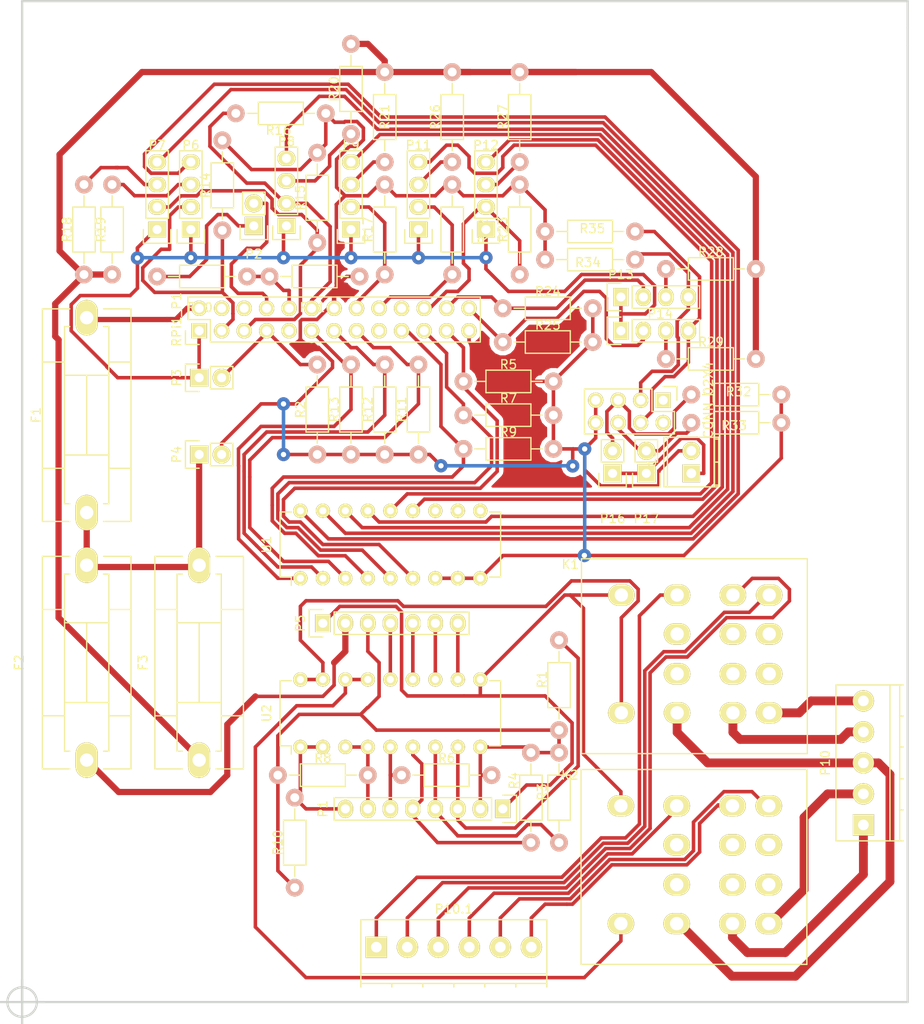
<source format=kicad_pcb>
(kicad_pcb (version 4) (host pcbnew 4.0.2+dfsg1-stable)
  (layers (0 F.Cu signal) (31 B.Cu signal) (34 B.Paste user) (35 F.Paste user) (36 B.SilkS user) (37 F.SilkS user) (38 B.Mask user) (39 F.Mask user) (44 Edge.Cuts user))
  (net 0 "")
  (net 1 "Net-(F1-Pad2)")
  (net 2 "Net-(F1-Pad1)")
  (net 3 "Net-(F2-Pad1)")
  (net 4 "Net-(F3-Pad1)")
  (net 5 "Net-(K1-Pad8)")
  (net 6 "Net-(K1-Pad9)")
  (net 7 "Net-(K1-Pad12)")
  (net 8 "Net-(K1-Pad13)")
  (net 9 "Net-(K1-Pad14)")
  (net 10 "Net-(K2-Pad8)")
  (net 11 "Net-(K2-Pad12)")
  (net 12 "Net-(K2-Pad13)")
  (net 13 "Net-(P1-Pad2)")
  (net 14 "Net-(P1-Pad3)")
  (net 15 "Net-(P1-Pad4)")
  (net 16 "Net-(P1-Pad5)")
  (net 17 "Net-(P1-Pad6)")
  (net 18 "Net-(P2-Pad1)")
  (net 19 "Net-(P2-Pad2)")
  (net 20 "Net-(P11-Pad1)")
  (net 21 "Net-(P3-Pad2)")
  (net 22 "Net-(P4-Pad2)")
  (net 23 "Net-(P5-Pad4)")
  (net 24 "Net-(P5-Pad5)")
  (net 25 "Net-(P5-Pad6)")
  (net 26 "Net-(P5-Pad7)")
  (net 27 "Net-(P6-Pad2)")
  (net 28 "Net-(P6-Pad3)")
  (net 29 "Net-(P6-Pad4)")
  (net 30 "Net-(P7-Pad2)")
  (net 31 "Net-(P7-Pad3)")
  (net 32 "Net-(P7-Pad4)")
  (net 33 "Net-(P8-Pad2)")
  (net 34 "Net-(P8-Pad3)")
  (net 35 "Net-(P8-Pad4)")
  (net 36 "Net-(P9-Pad2)")
  (net 37 "Net-(P9-Pad3)")
  (net 38 "Net-(P9-Pad4)")
  (net 39 "Net-(K1-Pad1)")
  (net 40 "Net-(K1-Pad5)")
  (net 41 "Net-(K2-Pad1)")
  (net 42 "Net-(K2-Pad5)")
  (net 43 "Net-(K1-Pad4)")
  (net 44 "Net-(K2-Pad4)")
  (net 45 "Net-(P11-Pad2)")
  (net 46 "Net-(P12-Pad2)")
  (net 47 "Net-(P13-Pad2)")
  (net 48 "Net-(P14-Pad2)")
  (net 49 "Net-(R5-Pad2)")
  (net 50 "Net-(R7-Pad2)")
  (net 51 "Net-(P1-Pad7)")
  (net 52 "Net-(R9-Pad2)")
  (net 53 "Net-(P1-Pad8)")
  (net 54 "Net-(R11-Pad2)")
  (net 55 "Net-(R12-Pad2)")
  (net 56 "Net-(R13-Pad2)")
  (net 57 "Net-(P11-Pad3)")
  (net 58 "Net-(P12-Pad3)")
  (net 59 "Net-(P13-Pad3)")
  (net 60 "Net-(P14-Pad3)")
  (net 61 "Net-(U1-Pad10)")
  (net 62 "Net-(U1-Pad11)")
  (net 63 "Net-(U1-Pad12)")
  (net 64 "Net-(P12-Pad4)")
  (net 65 "Net-(P11-Pad4)")
  (net 66 "Net-(R30-Pad1)")
  (net 67 "Net-(CONN_02X4-Pad1)")
  (net 68 "Net-(CONN_02X4-Pad2)")
  (net 69 "Net-(CONN_02X4-Pad3)")
  (net 70 "Net-(CONN_02X4-Pad4)")
  (net 71 "Net-(CONN_02X4-Pad5)")
  (net 72 "Net-(CONN_02X4-Pad6)")
  (net 73 "Net-(CONN_02X4-Pad7)")
  (net 74 "Net-(P15-Pad1)")
  (net 75 "Net-(RPi1_P1-Pad4)")
  (net 76 "Net-(RPi1_P1-Pad6)")
  (net 77 "Net-(RPi1_P1-Pad9)")
  (net 78 "Net-(RPi1_P1-Pad17)")
  (net 79 "Net-(RPi1_P1-Pad20)")
  (module Pin_Headers:Pin_Header_Straight_1x04 (layer F.Cu) (at 42.24 57.785 180)
    (fp_text reference P7 (at 0 9.525 180) (layer F.SilkS))
    (fp_text value CONN_TV_Zk)
    (pad 1 thru_hole rect (at 0 0 180) (size 2.032 1.7272) (drill 1.016) (layers *.Cu *.Mask F.SilkS) (net 20 "Net-(P11-Pad1)"))
    (pad 2 thru_hole oval (at 0 2.54 180) (size 2.032 1.7272) (drill 1.016) (layers *.Cu *.Mask F.SilkS) (net 30 "Net-(P7-Pad2)"))
    (pad 3 thru_hole oval (at 0 5.08 180) (size 2.032 1.7272) (drill 1.016) (layers *.Cu *.Mask F.SilkS) (net 31 "Net-(P7-Pad3)"))
    (pad 4 thru_hole oval (at 0 7.62 180) (size 2.032 1.7272) (drill 1.016) (layers *.Cu *.Mask F.SilkS) (net 32 "Net-(P7-Pad4)"))
  )
  (module Resistors_ThroughHole:Resistor_Horizontal_RM10mm (layer F.Cu) (at 37.16 52.705 270)
    (fp_text reference R18 (at 5.08 5.08 270) (layer F.SilkS))
    (fp_text value R240)
    (pad 1 thru_hole circle (at 0 0 270) (size 1.99898 1.99898) (drill 1.00076) (layers *.Cu *.SilkS *.Mask) (net 28 "Net-(P6-Pad3)"))
    (pad 2 thru_hole circle (at 10.16 0 270) (size 1.99898 1.99898) (drill 1.00076) (layers *.Cu *.SilkS *.Mask) (net 4 "Net-(F3-Pad1)"))
  )
  (module Resistors_ThroughHole:Resistor_Horizontal_RM10mm (layer F.Cu) (at 33.985 52.705 270)
    (fp_text reference R19 (at 5.08 -1.905 270) (layer F.SilkS))
    (fp_text value R240)
    (pad 1 thru_hole circle (at 0 0 270) (size 1.99898 1.99898) (drill 1.00076) (layers *.Cu *.SilkS *.Mask) (net 31 "Net-(P7-Pad3)"))
    (pad 2 thru_hole circle (at 10.16 0 270) (size 1.99898 1.99898) (drill 1.00076) (layers *.Cu *.SilkS *.Mask) (net 4 "Net-(F3-Pad1)"))
  )
  (module Pin_Headers:Pin_Header_Straight_1x04 (layer F.Cu) (at 46.05 57.785 180)
    (fp_text reference P6 (at 0 9.525 180) (layer F.SilkS))
    (fp_text value CONN_TV_Vr)
    (pad 1 thru_hole rect (at 0 0 180) (size 2.032 1.7272) (drill 1.016) (layers *.Cu *.Mask F.SilkS) (net 20 "Net-(P11-Pad1)"))
    (pad 2 thru_hole oval (at 0 2.54 180) (size 2.032 1.7272) (drill 1.016) (layers *.Cu *.Mask F.SilkS) (net 27 "Net-(P6-Pad2)"))
    (pad 3 thru_hole oval (at 0 5.08 180) (size 2.032 1.7272) (drill 1.016) (layers *.Cu *.Mask F.SilkS) (net 28 "Net-(P6-Pad3)"))
    (pad 4 thru_hole oval (at 0 7.62 180) (size 2.032 1.7272) (drill 1.016) (layers *.Cu *.Mask F.SilkS) (net 29 "Net-(P6-Pad4)"))
  )
  (module Pin_Headers:Pin_Header_Straight_1x02 (layer F.Cu) (at 46.99 74.515 90)
    (fp_text reference P3 (at 0 -2.54 90) (layer F.SilkS))
    (fp_text value CONN_Not-Aus)
    (pad 1 thru_hole rect (at 0 0 90) (size 2.032 2.032) (drill 1.016) (layers *.Cu *.Mask F.SilkS) (net 20 "Net-(P11-Pad1)"))
    (pad 2 thru_hole oval (at 0 2.54 90) (size 2.032 2.032) (drill 1.016) (layers *.Cu *.Mask F.SilkS) (net 21 "Net-(P3-Pad2)"))
  )
  (module Pin_Headers:Pin_Header_Straight_2x13 (layer F.Cu) (at 46.99 69.215 90)
    (fp_text reference RPi1_P1 (at 1.27 -2.54 90) (layer F.SilkS))
    (fp_text value RASPBERRY_IO)
    (pad 1 thru_hole rect (at 0 0 90) (size 1.7272 1.7272) (drill 1.016) (layers *.Cu *.Mask F.SilkS) (net 20 "Net-(P11-Pad1)"))
    (pad 2 thru_hole oval (at 2.54 0 90) (size 1.7272 1.7272) (drill 1.016) (layers *.Cu *.Mask F.SilkS) (net 1 "Net-(F1-Pad2)"))
    (pad 3 thru_hole oval (at 0 2.54 90) (size 1.7272 1.7272) (drill 1.016) (layers *.Cu *.Mask F.SilkS) (net 27 "Net-(P6-Pad2)"))
    (pad 4 thru_hole oval (at 2.54 2.54 90) (size 1.7272 1.7272) (drill 1.016) (layers *.Cu *.Mask F.SilkS) (net 75 "Net-(RPi1_P1-Pad4)"))
    (pad 5 thru_hole oval (at 0 5.08 90) (size 1.7272 1.7272) (drill 1.016) (layers *.Cu *.Mask F.SilkS) (net 30 "Net-(P7-Pad2)"))
    (pad 6 thru_hole oval (at 2.54 5.08 90) (size 1.7272 1.7272) (drill 1.016) (layers *.Cu *.Mask F.SilkS) (net 76 "Net-(RPi1_P1-Pad6)"))
    (pad 7 thru_hole oval (at 0 7.62 90) (size 1.7272 1.7272) (drill 1.016) (layers *.Cu *.Mask F.SilkS) (net 21 "Net-(P3-Pad2)"))
    (pad 8 thru_hole oval (at 2.54 7.62 90) (size 1.7272 1.7272) (drill 1.016) (layers *.Cu *.Mask F.SilkS) (net 19 "Net-(P2-Pad2)"))
    (pad 9 thru_hole oval (at 0 10.16 90) (size 1.7272 1.7272) (drill 1.016) (layers *.Cu *.Mask F.SilkS) (net 77 "Net-(RPi1_P1-Pad9)"))
    (pad 10 thru_hole oval (at 2.54 10.16 90) (size 1.7272 1.7272) (drill 1.016) (layers *.Cu *.Mask F.SilkS) (net 66 "Net-(R30-Pad1)"))
    (pad 11 thru_hole oval (at 0 12.7 90) (size 1.7272 1.7272) (drill 1.016) (layers *.Cu *.Mask F.SilkS) (net 56 "Net-(R13-Pad2)"))
    (pad 12 thru_hole oval (at 2.54 12.7 90) (size 1.7272 1.7272) (drill 1.016) (layers *.Cu *.Mask F.SilkS) (net 33 "Net-(P8-Pad2)"))
    (pad 13 thru_hole oval (at 0 15.24 90) (size 1.7272 1.7272) (drill 1.016) (layers *.Cu *.Mask F.SilkS) (net 55 "Net-(R12-Pad2)"))
    (pad 14 thru_hole oval (at 2.54 15.24 90) (size 1.7272 1.7272) (drill 1.016) (layers *.Cu *.Mask F.SilkS) (net 73 "Net-(CONN_02X4-Pad7)"))
    (pad 15 thru_hole oval (at 0 17.78 90) (size 1.7272 1.7272) (drill 1.016) (layers *.Cu *.Mask F.SilkS) (net 54 "Net-(R11-Pad2)"))
    (pad 16 thru_hole oval (at 2.54 17.78 90) (size 1.7272 1.7272) (drill 1.016) (layers *.Cu *.Mask F.SilkS) (net 36 "Net-(P9-Pad2)"))
    (pad 17 thru_hole oval (at 0 20.32 90) (size 1.7272 1.7272) (drill 1.016) (layers *.Cu *.Mask F.SilkS) (net 78 "Net-(RPi1_P1-Pad17)"))
    (pad 18 thru_hole oval (at 2.54 20.32 90) (size 1.7272 1.7272) (drill 1.016) (layers *.Cu *.Mask F.SilkS) (net 45 "Net-(P11-Pad2)"))
    (pad 19 thru_hole oval (at 0 22.86 90) (size 1.7272 1.7272) (drill 1.016) (layers *.Cu *.Mask F.SilkS) (net 52 "Net-(R9-Pad2)"))
    (pad 20 thru_hole oval (at 2.54 22.86 90) (size 1.7272 1.7272) (drill 1.016) (layers *.Cu *.Mask F.SilkS) (net 79 "Net-(RPi1_P1-Pad20)"))
    (pad 21 thru_hole oval (at 0 25.4 90) (size 1.7272 1.7272) (drill 1.016) (layers *.Cu *.Mask F.SilkS) (net 50 "Net-(R7-Pad2)"))
    (pad 22 thru_hole oval (at 2.54 25.4 90) (size 1.7272 1.7272) (drill 1.016) (layers *.Cu *.Mask F.SilkS) (net 46 "Net-(P12-Pad2)"))
    (pad 23 thru_hole oval (at 0 27.94 90) (size 1.7272 1.7272) (drill 1.016) (layers *.Cu *.Mask F.SilkS) (net 49 "Net-(R5-Pad2)"))
    (pad 24 thru_hole oval (at 2.54 27.94 90) (size 1.7272 1.7272) (drill 1.016) (layers *.Cu *.Mask F.SilkS) (net 47 "Net-(P13-Pad2)"))
    (pad 25 thru_hole oval (at 0 30.48 90) (size 1.7272 1.7272) (drill 1.016) (layers *.Cu *.Mask F.SilkS) (net 73 "Net-(CONN_02X4-Pad7)"))
    (pad 26 thru_hole oval (at 2.54 30.48 90) (size 1.7272 1.7272) (drill 1.016) (layers *.Cu *.Mask F.SilkS) (net 48 "Net-(P14-Pad2)"))
  )
  (module Resistors_ThroughHole:Resistor_Horizontal_RM10mm (layer F.Cu) (at 60.325 83.185 90)
    (fp_text reference R2 (at 5.08 -1.905 90) (layer F.SilkS))
    (fp_text value R10k)
    (pad 1 thru_hole circle (at 0 0 90) (size 1.99898 1.99898) (drill 1.00076) (layers *.Cu *.SilkS *.Mask) (net 73 "Net-(CONN_02X4-Pad7)"))
    (pad 2 thru_hole circle (at 10.16 0 90) (size 1.99898 1.99898) (drill 1.00076) (layers *.Cu *.SilkS *.Mask) (net 21 "Net-(P3-Pad2)"))
  )
  (module Resistors_ThroughHole:Resistor_Horizontal_RM10mm (layer F.Cu) (at 64.135 83.185 90)
    (fp_text reference R13 (at 5.08 -1.905 90) (layer F.SilkS))
    (fp_text value R10k)
    (pad 1 thru_hole circle (at 0 0 90) (size 1.99898 1.99898) (drill 1.00076) (layers *.Cu *.SilkS *.Mask) (net 73 "Net-(CONN_02X4-Pad7)"))
    (pad 2 thru_hole circle (at 10.16 0 90) (size 1.99898 1.99898) (drill 1.00076) (layers *.Cu *.SilkS *.Mask) (net 56 "Net-(R13-Pad2)"))
  )
  (module Resistors_ThroughHole:Resistor_Horizontal_RM10mm (layer F.Cu) (at 67.945 83.185 90)
    (fp_text reference R12 (at 5.08 -1.905 90) (layer F.SilkS))
    (fp_text value R10k)
    (pad 1 thru_hole circle (at 0 0 90) (size 1.99898 1.99898) (drill 1.00076) (layers *.Cu *.SilkS *.Mask) (net 73 "Net-(CONN_02X4-Pad7)"))
    (pad 2 thru_hole circle (at 10.16 0 90) (size 1.99898 1.99898) (drill 1.00076) (layers *.Cu *.SilkS *.Mask) (net 55 "Net-(R12-Pad2)"))
  )
  (module Resistors_ThroughHole:Resistor_Horizontal_RM10mm (layer F.Cu) (at 71.755 83.185 90)
    (fp_text reference R11 (at 5.08 -1.905 90) (layer F.SilkS))
    (fp_text value R10k)
    (pad 1 thru_hole circle (at 0 0 90) (size 1.99898 1.99898) (drill 1.00076) (layers *.Cu *.SilkS *.Mask) (net 73 "Net-(CONN_02X4-Pad7)"))
    (pad 2 thru_hole circle (at 10.16 0 90) (size 1.99898 1.99898) (drill 1.00076) (layers *.Cu *.SilkS *.Mask) (net 54 "Net-(R11-Pad2)"))
  )
  (module Pin_Headers:Pin_Header_Straight_1x02 (layer F.Cu) (at 53.162 57.37 180)
    (fp_text reference P2 (at 0 -3.175 180) (layer F.SilkS))
    (fp_text value CONN_RS232)
    (pad 1 thru_hole rect (at 0 0 180) (size 2.032 2.032) (drill 1.016) (layers *.Cu *.Mask F.SilkS) (net 18 "Net-(P2-Pad1)"))
    (pad 2 thru_hole oval (at 0 2.54 180) (size 2.032 2.032) (drill 1.016) (layers *.Cu *.Mask F.SilkS) (net 19 "Net-(P2-Pad2)"))
  )
  (module Resistors_ThroughHole:Resistor_Horizontal_RM10mm (layer F.Cu) (at 67.945 50.165 90)
    (fp_text reference R21 (at 5.08 0 90) (layer F.SilkS))
    (fp_text value R240)
    (pad 1 thru_hole circle (at 0 0 90) (size 1.99898 1.99898) (drill 1.00076) (layers *.Cu *.SilkS *.Mask) (net 37 "Net-(P9-Pad3)"))
    (pad 2 thru_hole circle (at 10.16 0 90) (size 1.99898 1.99898) (drill 1.00076) (layers *.Cu *.SilkS *.Mask) (net 4 "Net-(F3-Pad1)"))
  )
  (module Resistors_ThroughHole:Resistor_Horizontal_RM10mm (layer F.Cu) (at 83.185 50.165 90)
    (fp_text reference R27 (at 5.08 -1.905 90) (layer F.SilkS))
    (fp_text value R240)
    (pad 1 thru_hole circle (at 0 0 90) (size 1.99898 1.99898) (drill 1.00076) (layers *.Cu *.SilkS *.Mask) (net 58 "Net-(P12-Pad3)"))
    (pad 2 thru_hole circle (at 10.16 0 90) (size 1.99898 1.99898) (drill 1.00076) (layers *.Cu *.SilkS *.Mask) (net 4 "Net-(F3-Pad1)"))
  )
  (module Resistors_ThroughHole:Resistor_Horizontal_RM10mm (layer F.Cu) (at 64.135 46.99 90)
    (fp_text reference R20 (at 5.08 -1.905 90) (layer F.SilkS))
    (fp_text value R240)
    (pad 1 thru_hole circle (at 0 0 90) (size 1.99898 1.99898) (drill 1.00076) (layers *.Cu *.SilkS *.Mask) (net 34 "Net-(P8-Pad3)"))
    (pad 2 thru_hole circle (at 10.16 0 90) (size 1.99898 1.99898) (drill 1.00076) (layers *.Cu *.SilkS *.Mask) (net 4 "Net-(F3-Pad1)"))
  )
  (module Resistors_ThroughHole:Resistor_Horizontal_RM10mm (layer F.Cu) (at 75.565 50.165 90)
    (fp_text reference R26 (at 5.08 -1.905 90) (layer F.SilkS))
    (fp_text value R240)
    (pad 1 thru_hole circle (at 0 0 90) (size 1.99898 1.99898) (drill 1.00076) (layers *.Cu *.SilkS *.Mask) (net 57 "Net-(P11-Pad3)"))
    (pad 2 thru_hole circle (at 10.16 0 90) (size 1.99898 1.99898) (drill 1.00076) (layers *.Cu *.SilkS *.Mask) (net 4 "Net-(F3-Pad1)"))
  )
  (module Resistors_ThroughHole:Resistor_Horizontal_RM10mm (layer F.Cu) (at 49.606 47.718 270)
    (fp_text reference R14 (at 5.08 1.905 270) (layer F.SilkS))
    (fp_text value R10k)
    (pad 1 thru_hole circle (at 0 0 270) (size 1.99898 1.99898) (drill 1.00076) (layers *.Cu *.SilkS *.Mask) (net 73 "Net-(CONN_02X4-Pad7)"))
    (pad 2 thru_hole circle (at 10.16 0 270) (size 1.99898 1.99898) (drill 1.00076) (layers *.Cu *.SilkS *.Mask) (net 27 "Net-(P6-Pad2)"))
  )
  (module Pin_Headers:Pin_Header_Straight_1x04 (layer F.Cu) (at 56.845 57.37 180)
    (fp_text reference P8 (at 0 9.525 180) (layer F.SilkS))
    (fp_text value CONN_TV_GZk)
    (pad 1 thru_hole rect (at 0 0 180) (size 2.032 1.7272) (drill 1.016) (layers *.Cu *.Mask F.SilkS) (net 20 "Net-(P11-Pad1)"))
    (pad 2 thru_hole oval (at 0 2.54 180) (size 2.032 1.7272) (drill 1.016) (layers *.Cu *.Mask F.SilkS) (net 33 "Net-(P8-Pad2)"))
    (pad 3 thru_hole oval (at 0 5.08 180) (size 2.032 1.7272) (drill 1.016) (layers *.Cu *.Mask F.SilkS) (net 34 "Net-(P8-Pad3)"))
    (pad 4 thru_hole oval (at 0 7.62 180) (size 2.032 1.7272) (drill 1.016) (layers *.Cu *.Mask F.SilkS) (net 35 "Net-(P8-Pad4)"))
  )
  (module Pin_Headers:Pin_Header_Straight_1x04 (layer F.Cu) (at 64.135 57.785 180)
    (fp_text reference P9 (at 0 9.525 180) (layer F.SilkS))
    (fp_text value CONN_TS_Vr)
    (pad 1 thru_hole rect (at 0 0 180) (size 2.032 1.7272) (drill 1.016) (layers *.Cu *.Mask F.SilkS) (net 20 "Net-(P11-Pad1)"))
    (pad 2 thru_hole oval (at 0 2.54 180) (size 2.032 1.7272) (drill 1.016) (layers *.Cu *.Mask F.SilkS) (net 36 "Net-(P9-Pad2)"))
    (pad 3 thru_hole oval (at 0 5.08 180) (size 2.032 1.7272) (drill 1.016) (layers *.Cu *.Mask F.SilkS) (net 37 "Net-(P9-Pad3)"))
    (pad 4 thru_hole oval (at 0 7.62 180) (size 2.032 1.7272) (drill 1.016) (layers *.Cu *.Mask F.SilkS) (net 38 "Net-(P9-Pad4)"))
  )
  (module Resistors_ThroughHole:Resistor_Horizontal_RM10mm (layer F.Cu) (at 60.325 49.115 270)
    (fp_text reference R15 (at 5.08 1.905 270) (layer F.SilkS))
    (fp_text value R10k)
    (pad 1 thru_hole circle (at 0 0 270) (size 1.99898 1.99898) (drill 1.00076) (layers *.Cu *.SilkS *.Mask) (net 73 "Net-(CONN_02X4-Pad7)"))
    (pad 2 thru_hole circle (at 10.16 0 270) (size 1.99898 1.99898) (drill 1.00076) (layers *.Cu *.SilkS *.Mask) (net 30 "Net-(P7-Pad2)"))
  )
  (module Resistors_ThroughHole:Resistor_Horizontal_RM10mm (layer F.Cu) (at 61.29 44.67 180)
    (fp_text reference R16 (at 5.334 -1.905 180) (layer F.SilkS))
    (fp_text value R10k)
    (pad 1 thru_hole circle (at 0 0 180) (size 1.99898 1.99898) (drill 1.00076) (layers *.Cu *.SilkS *.Mask) (net 73 "Net-(CONN_02X4-Pad7)"))
    (pad 2 thru_hole circle (at 10.16 0 180) (size 1.99898 1.99898) (drill 1.00076) (layers *.Cu *.SilkS *.Mask) (net 33 "Net-(P8-Pad2)"))
  )
  (module Pin_Headers:Pin_Header_Straight_1x04 (layer F.Cu) (at 79.375 57.785 180)
    (fp_text reference P12 (at 0 9.525 180) (layer F.SilkS))
    (fp_text value CONN_TS_Snt)
    (pad 1 thru_hole rect (at 0 0 180) (size 2.032 1.7272) (drill 1.016) (layers *.Cu *.Mask F.SilkS) (net 20 "Net-(P11-Pad1)"))
    (pad 2 thru_hole oval (at 0 2.54 180) (size 2.032 1.7272) (drill 1.016) (layers *.Cu *.Mask F.SilkS) (net 46 "Net-(P12-Pad2)"))
    (pad 3 thru_hole oval (at 0 5.08 180) (size 2.032 1.7272) (drill 1.016) (layers *.Cu *.Mask F.SilkS) (net 58 "Net-(P12-Pad3)"))
    (pad 4 thru_hole oval (at 0 7.62 180) (size 2.032 1.7272) (drill 1.016) (layers *.Cu *.Mask F.SilkS) (net 64 "Net-(P12-Pad4)"))
  )
  (module Pin_Headers:Pin_Header_Straight_1x04 (layer F.Cu) (at 71.755 57.785 180)
    (fp_text reference P11 (at 0 9.525 180) (layer F.SilkS))
    (fp_text value CONN_TS_Zk)
    (pad 1 thru_hole rect (at 0 0 180) (size 2.032 1.7272) (drill 1.016) (layers *.Cu *.Mask F.SilkS) (net 20 "Net-(P11-Pad1)"))
    (pad 2 thru_hole oval (at 0 2.54 180) (size 2.032 1.7272) (drill 1.016) (layers *.Cu *.Mask F.SilkS) (net 45 "Net-(P11-Pad2)"))
    (pad 3 thru_hole oval (at 0 5.08 180) (size 2.032 1.7272) (drill 1.016) (layers *.Cu *.Mask F.SilkS) (net 57 "Net-(P11-Pad3)"))
    (pad 4 thru_hole oval (at 0 7.62 180) (size 2.032 1.7272) (drill 1.016) (layers *.Cu *.Mask F.SilkS) (net 65 "Net-(P11-Pad4)"))
  )
  (module Resistors_ThroughHole:Resistor_Horizontal_RM10mm (layer F.Cu) (at 83.185 52.705 270)
    (fp_text reference R23 (at 5.08 1.905 270) (layer F.SilkS))
    (fp_text value R10k)
    (pad 1 thru_hole circle (at 0 0 270) (size 1.99898 1.99898) (drill 1.00076) (layers *.Cu *.SilkS *.Mask) (net 73 "Net-(CONN_02X4-Pad7)"))
    (pad 2 thru_hole circle (at 10.16 0 270) (size 1.99898 1.99898) (drill 1.00076) (layers *.Cu *.SilkS *.Mask) (net 46 "Net-(P12-Pad2)"))
  )
  (module Resistors_ThroughHole:Resistor_Horizontal_RM10mm (layer F.Cu) (at 75.565 52.705 270)
    (fp_text reference R22 (at 5.32892 -3.50012 270) (layer F.SilkS))
    (fp_text value R10k)
    (pad 1 thru_hole circle (at 0 0 270) (size 1.99898 1.99898) (drill 1.00076) (layers *.Cu *.SilkS *.Mask) (net 73 "Net-(CONN_02X4-Pad7)"))
    (pad 2 thru_hole circle (at 10.16 0 270) (size 1.99898 1.99898) (drill 1.00076) (layers *.Cu *.SilkS *.Mask) (net 45 "Net-(P11-Pad2)"))
  )
  (module Resistors_ThroughHole:Resistor_Horizontal_RM10mm (layer F.Cu) (at 67.945 52.705 270)
    (fp_text reference R17 (at 5.08 1.905 270) (layer F.SilkS))
    (fp_text value R10k)
    (pad 1 thru_hole circle (at 0 0 270) (size 1.99898 1.99898) (drill 1.00076) (layers *.Cu *.SilkS *.Mask) (net 73 "Net-(CONN_02X4-Pad7)"))
    (pad 2 thru_hole circle (at 10.16 0 270) (size 1.99898 1.99898) (drill 1.00076) (layers *.Cu *.SilkS *.Mask) (net 36 "Net-(P9-Pad2)"))
  )
  (module Fuse_Holders_and_Fuses:Fuseholder5x20_horiz_SemiClosed_Casing10x25mm (layer F.Cu) (at 34.29 78.74 90)
    (fp_text reference F1 (at 0 -5.715 90) (layer F.SilkS))
    (fp_text value 1A)
    (pad 2 thru_hole oval (at 11.00074 0) (size 2.49936 4.0005) (drill 1.50114) (layers *.Cu *.Mask F.SilkS) (net 1 "Net-(F1-Pad2)"))
    (pad 1 thru_hole oval (at -11.00074 0) (size 2.49936 4.0005) (drill 1.50114) (layers *.Cu *.Mask F.SilkS) (net 2 "Net-(F1-Pad1)"))
  )
  (module Pin_Headers:Pin_Header_Straight_1x02 (layer F.Cu) (at 46.99 83.185 90)
    (fp_text reference P4 (at 0 -2.54 90) (layer F.SilkS))
    (fp_text value CONN_SUPPLY)
    (pad 1 thru_hole rect (at 0 0 90) (size 2.032 2.032) (drill 1.016) (layers *.Cu *.Mask F.SilkS) (net 2 "Net-(F1-Pad1)"))
    (pad 2 thru_hole oval (at 0 2.54 90) (size 2.032 2.032) (drill 1.016) (layers *.Cu *.Mask F.SilkS) (net 73 "Net-(CONN_02X4-Pad7)"))
  )
  (module Resistors_ThroughHole:Resistor_Horizontal_RM10mm (layer F.Cu) (at 91.44 66.675 180)
    (fp_text reference R24 (at 5.08 1.905 180) (layer F.SilkS))
    (fp_text value R10k)
    (pad 1 thru_hole circle (at 0 0 180) (size 1.99898 1.99898) (drill 1.00076) (layers *.Cu *.SilkS *.Mask) (net 73 "Net-(CONN_02X4-Pad7)"))
    (pad 2 thru_hole circle (at 10.16 0 180) (size 1.99898 1.99898) (drill 1.00076) (layers *.Cu *.SilkS *.Mask) (net 47 "Net-(P13-Pad2)"))
  )
  (module Resistors_ThroughHole:Resistor_Horizontal_RM10mm (layer F.Cu) (at 86.995 82.55 180)
    (fp_text reference R9 (at 5.08 1.905 180) (layer F.SilkS))
    (fp_text value R10k)
    (pad 1 thru_hole circle (at 0 0 180) (size 1.99898 1.99898) (drill 1.00076) (layers *.Cu *.SilkS *.Mask) (net 73 "Net-(CONN_02X4-Pad7)"))
    (pad 2 thru_hole circle (at 10.16 0 180) (size 1.99898 1.99898) (drill 1.00076) (layers *.Cu *.SilkS *.Mask) (net 52 "Net-(R9-Pad2)"))
  )
  (module Resistors_ThroughHole:Resistor_Horizontal_RM10mm (layer F.Cu) (at 91.44 70.485 180)
    (fp_text reference R25 (at 5.08 1.905 180) (layer F.SilkS))
    (fp_text value R10k)
    (pad 1 thru_hole circle (at 0 0 180) (size 1.99898 1.99898) (drill 1.00076) (layers *.Cu *.SilkS *.Mask) (net 73 "Net-(CONN_02X4-Pad7)"))
    (pad 2 thru_hole circle (at 10.16 0 180) (size 1.99898 1.99898) (drill 1.00076) (layers *.Cu *.SilkS *.Mask) (net 48 "Net-(P14-Pad2)"))
  )
  (module Resistors_ThroughHole:Resistor_Horizontal_RM10mm (layer F.Cu) (at 86.995 74.93 180)
    (fp_text reference R5 (at 5.08 1.905 180) (layer F.SilkS))
    (fp_text value R10k)
    (pad 1 thru_hole circle (at 0 0 180) (size 1.99898 1.99898) (drill 1.00076) (layers *.Cu *.SilkS *.Mask) (net 73 "Net-(CONN_02X4-Pad7)"))
    (pad 2 thru_hole circle (at 10.16 0 180) (size 1.99898 1.99898) (drill 1.00076) (layers *.Cu *.SilkS *.Mask) (net 49 "Net-(R5-Pad2)"))
  )
  (module Resistors_ThroughHole:Resistor_Horizontal_RM10mm (layer F.Cu) (at 86.995 78.74 180)
    (fp_text reference R7 (at 5.08 1.905 180) (layer F.SilkS))
    (fp_text value R10k)
    (pad 1 thru_hole circle (at 0 0 180) (size 1.99898 1.99898) (drill 1.00076) (layers *.Cu *.SilkS *.Mask) (net 73 "Net-(CONN_02X4-Pad7)"))
    (pad 2 thru_hole circle (at 10.16 0 180) (size 1.99898 1.99898) (drill 1.00076) (layers *.Cu *.SilkS *.Mask) (net 50 "Net-(R7-Pad2)"))
  )
  (module Pin_Headers:Pin_Header_Straight_1x04 (layer F.Cu) (at 94.615 65.405 90)
    (fp_text reference P13 (at 2.54 0 180) (layer F.SilkS))
    (fp_text value CONN_T_Res)
    (pad 1 thru_hole rect (at 0 0 90) (size 2.032 1.7272) (drill 1.016) (layers *.Cu *.Mask F.SilkS) (net 20 "Net-(P11-Pad1)"))
    (pad 2 thru_hole oval (at 0 2.54 90) (size 2.032 1.7272) (drill 1.016) (layers *.Cu *.Mask F.SilkS) (net 47 "Net-(P13-Pad2)"))
    (pad 3 thru_hole oval (at 0 5.08 90) (size 2.032 1.7272) (drill 1.016) (layers *.Cu *.Mask F.SilkS) (net 59 "Net-(P13-Pad3)"))
    (pad 4 thru_hole oval (at 0 7.62 90) (size 2.032 1.7272) (drill 1.016) (layers *.Cu *.Mask F.SilkS) (net 69 "Net-(CONN_02X4-Pad3)"))
  )
  (module Resistors_ThroughHole:Resistor_Horizontal_RM10mm (layer F.Cu) (at 99.695 72.39)
    (fp_text reference R29 (at 5.08 -1.905) (layer F.SilkS))
    (fp_text value R240)
    (pad 1 thru_hole circle (at 0 0) (size 1.99898 1.99898) (drill 1.00076) (layers *.Cu *.SilkS *.Mask) (net 60 "Net-(P14-Pad3)"))
    (pad 2 thru_hole circle (at 10.16 0) (size 1.99898 1.99898) (drill 1.00076) (layers *.Cu *.SilkS *.Mask) (net 4 "Net-(F3-Pad1)"))
  )
  (module Pin_Headers:Pin_Header_Straight_1x04 (layer F.Cu) (at 94.615 69.215 90)
    (fp_text reference P14 (at 1.905 4.445 180) (layer F.SilkS))
    (fp_text value CONN_T_Res)
    (pad 1 thru_hole rect (at 0 0 90) (size 2.032 1.7272) (drill 1.016) (layers *.Cu *.Mask F.SilkS) (net 20 "Net-(P11-Pad1)"))
    (pad 2 thru_hole oval (at 0 2.54 90) (size 2.032 1.7272) (drill 1.016) (layers *.Cu *.Mask F.SilkS) (net 48 "Net-(P14-Pad2)"))
    (pad 3 thru_hole oval (at 0 5.08 90) (size 2.032 1.7272) (drill 1.016) (layers *.Cu *.Mask F.SilkS) (net 60 "Net-(P14-Pad3)"))
    (pad 4 thru_hole oval (at 0 7.62 90) (size 2.032 1.7272) (drill 1.016) (layers *.Cu *.Mask F.SilkS) (net 70 "Net-(CONN_02X4-Pad4)"))
  )
  (module Resistors_ThroughHole:Resistor_Horizontal_RM10mm (layer F.Cu) (at 99.695 62.23)
    (fp_text reference R28 (at 5.08 -1.905) (layer F.SilkS))
    (fp_text value R240)
    (pad 1 thru_hole circle (at 0 0) (size 1.99898 1.99898) (drill 1.00076) (layers *.Cu *.SilkS *.Mask) (net 59 "Net-(P13-Pad3)"))
    (pad 2 thru_hole circle (at 10.16 0) (size 1.99898 1.99898) (drill 1.00076) (layers *.Cu *.SilkS *.Mask) (net 4 "Net-(F3-Pad1)"))
  )
  (module Housings_DIP:DIP-18_W7.62mm (layer F.Cu) (at 58.42 97.155 90)
    (fp_text reference U1 (at 3.81 -3.81 90) (layer F.SilkS))
    (fp_text value ULN2803)
    (pad 1 thru_hole oval (at 0 0 90) (size 1.6 1.6) (drill 0.8) (layers *.Cu *.Mask F.SilkS) (net 56 "Net-(R13-Pad2)"))
    (pad 2 thru_hole oval (at 0 2.54 90) (size 1.6 1.6) (drill 0.8) (layers *.Cu *.Mask F.SilkS) (net 55 "Net-(R12-Pad2)"))
    (pad 3 thru_hole oval (at 0 5.08 90) (size 1.6 1.6) (drill 0.8) (layers *.Cu *.Mask F.SilkS) (net 54 "Net-(R11-Pad2)"))
    (pad 4 thru_hole oval (at 0 7.62 90) (size 1.6 1.6) (drill 0.8) (layers *.Cu *.Mask F.SilkS) (net 52 "Net-(R9-Pad2)"))
    (pad 5 thru_hole oval (at 0 10.16 90) (size 1.6 1.6) (drill 0.8) (layers *.Cu *.Mask F.SilkS) (net 50 "Net-(R7-Pad2)"))
    (pad 6 thru_hole oval (at 0 12.7 90) (size 1.6 1.6) (drill 0.8) (layers *.Cu *.Mask F.SilkS) (net 49 "Net-(R5-Pad2)"))
    (pad 7 thru_hole oval (at 0 15.24 90) (size 1.6 1.6) (drill 0.8) (layers *.Cu *.Mask F.SilkS) (net 73 "Net-(CONN_02X4-Pad7)"))
    (pad 8 thru_hole oval (at 0 17.78 90) (size 1.6 1.6) (drill 0.8) (layers *.Cu *.Mask F.SilkS) (net 73 "Net-(CONN_02X4-Pad7)"))
    (pad 9 thru_hole oval (at 0 20.32 90) (size 1.6 1.6) (drill 0.8) (layers *.Cu *.Mask F.SilkS) (net 73 "Net-(CONN_02X4-Pad7)"))
    (pad 10 thru_hole oval (at 7.62 20.32 90) (size 1.6 1.6) (drill 0.8) (layers *.Cu *.Mask F.SilkS) (net 61 "Net-(U1-Pad10)"))
    (pad 11 thru_hole oval (at 7.62 17.78 90) (size 1.6 1.6) (drill 0.8) (layers *.Cu *.Mask F.SilkS) (net 62 "Net-(U1-Pad11)"))
    (pad 12 thru_hole oval (at 7.62 15.24 90) (size 1.6 1.6) (drill 0.8) (layers *.Cu *.Mask F.SilkS) (net 63 "Net-(U1-Pad12)"))
    (pad 13 thru_hole oval (at 7.62 12.7 90) (size 1.6 1.6) (drill 0.8) (layers *.Cu *.Mask F.SilkS) (net 64 "Net-(P12-Pad4)"))
    (pad 14 thru_hole oval (at 7.62 10.16 90) (size 1.6 1.6) (drill 0.8) (layers *.Cu *.Mask F.SilkS) (net 65 "Net-(P11-Pad4)"))
    (pad 15 thru_hole oval (at 7.62 7.62 90) (size 1.6 1.6) (drill 0.8) (layers *.Cu *.Mask F.SilkS) (net 38 "Net-(P9-Pad4)"))
    (pad 16 thru_hole oval (at 7.62 5.08 90) (size 1.6 1.6) (drill 0.8) (layers *.Cu *.Mask F.SilkS) (net 35 "Net-(P8-Pad4)"))
    (pad 17 thru_hole oval (at 7.62 2.54 90) (size 1.6 1.6) (drill 0.8) (layers *.Cu *.Mask F.SilkS) (net 32 "Net-(P7-Pad4)"))
    (pad 18 thru_hole oval (at 7.62 0 90) (size 1.6 1.6) (drill 0.8) (layers *.Cu *.Mask F.SilkS) (net 29 "Net-(P6-Pad4)"))
  )
  (module Fuse_Holders_and_Fuses:Fuseholder5x20_horiz_SemiClosed_Casing10x25mm (layer F.Cu) (at 46.99 106.68 90)
    (fp_text reference F3 (at 0 -6.35 90) (layer F.SilkS))
    (fp_text value 1A)
    (pad 2 thru_hole oval (at 11.00074 0) (size 2.49936 4.0005) (drill 1.50114) (layers *.Cu *.Mask F.SilkS) (net 2 "Net-(F1-Pad1)"))
    (pad 1 thru_hole oval (at -11.00074 0) (size 2.49936 4.0005) (drill 1.50114) (layers *.Cu *.Mask F.SilkS) (net 4 "Net-(F3-Pad1)"))
  )
  (module Resistors_ThroughHole:Resistor_Horizontal_RM10mm (layer F.Cu) (at 66.04 119.38 180)
    (fp_text reference R8 (at 5.08 1.905 180) (layer F.SilkS))
    (fp_text value R10k)
    (pad 1 thru_hole circle (at 0 0 180) (size 1.99898 1.99898) (drill 1.00076) (layers *.Cu *.SilkS *.Mask) (net 51 "Net-(P1-Pad7)"))
    (pad 2 thru_hole circle (at 10.16 0 180) (size 1.99898 1.99898) (drill 1.00076) (layers *.Cu *.SilkS *.Mask) (net 13 "Net-(P1-Pad2)"))
  )
  (module Fuse_Holders_and_Fuses:Fuseholder5x20_horiz_SemiClosed_Casing10x25mm (layer F.Cu) (at 34.29 106.68 90)
    (fp_text reference F2 (at 0 -7.62 90) (layer F.SilkS))
    (fp_text value 1A)
    (pad 2 thru_hole oval (at 11.00074 0) (size 2.49936 4.0005) (drill 1.50114) (layers *.Cu *.Mask F.SilkS) (net 2 "Net-(F1-Pad1)"))
    (pad 1 thru_hole oval (at -11.00074 0) (size 2.49936 4.0005) (drill 1.50114) (layers *.Cu *.Mask F.SilkS) (net 3 "Net-(F2-Pad1)"))
  )
  (module Resistors_ThroughHole:Resistor_Horizontal_RM10mm (layer F.Cu) (at 87.63 104.14 270)
    (fp_text reference R1 (at 4.445 1.905 270) (layer F.SilkS))
    (fp_text value R10k)
    (pad 1 thru_hole circle (at 0 0 270) (size 1.99898 1.99898) (drill 1.00076) (layers *.Cu *.SilkS *.Mask) (net 14 "Net-(P1-Pad3)"))
    (pad 2 thru_hole circle (at 10.16 0 270) (size 1.99898 1.99898) (drill 1.00076) (layers *.Cu *.SilkS *.Mask) (net 13 "Net-(P1-Pad2)"))
  )
  (module Resistors_ThroughHole:Resistor_Horizontal_RM10mm (layer F.Cu) (at 87.63 127 90)
    (fp_text reference R3 (at 5.715 -1.905 90) (layer F.SilkS))
    (fp_text value R10k)
    (pad 1 thru_hole circle (at 0 0 90) (size 1.99898 1.99898) (drill 1.00076) (layers *.Cu *.SilkS *.Mask) (net 15 "Net-(P1-Pad4)"))
    (pad 2 thru_hole circle (at 10.16 0 90) (size 1.99898 1.99898) (drill 1.00076) (layers *.Cu *.SilkS *.Mask) (net 13 "Net-(P1-Pad2)"))
  )
  (module Pin_Headers:Pin_Header_Straight_1x07 (layer F.Cu) (at 60.96 102.235 90)
    (fp_text reference P5 (at 0 -2.54 90) (layer F.SilkS))
    (fp_text value CONN_Aux_Res)
    (pad 1 thru_hole rect (at 0 0 90) (size 2.032 1.7272) (drill 1.016) (layers *.Cu *.Mask F.SilkS) (net 9 "Net-(K1-Pad14)"))
    (pad 2 thru_hole oval (at 0 2.54 90) (size 2.032 1.7272) (drill 1.016) (layers *.Cu *.Mask F.SilkS) (net 3 "Net-(F2-Pad1)"))
    (pad 3 thru_hole oval (at 0 5.08 90) (size 2.032 1.7272) (drill 1.016) (layers *.Cu *.Mask F.SilkS) (net 13 "Net-(P1-Pad2)"))
    (pad 4 thru_hole oval (at 0 7.62 90) (size 2.032 1.7272) (drill 1.016) (layers *.Cu *.Mask F.SilkS) (net 23 "Net-(P5-Pad4)"))
    (pad 5 thru_hole oval (at 0 10.16 90) (size 2.032 1.7272) (drill 1.016) (layers *.Cu *.Mask F.SilkS) (net 24 "Net-(P5-Pad5)"))
    (pad 6 thru_hole oval (at 0 12.7 90) (size 2.032 1.7272) (drill 1.016) (layers *.Cu *.Mask F.SilkS) (net 25 "Net-(P5-Pad6)"))
    (pad 7 thru_hole oval (at 0 15.24 90) (size 2.032 1.7272) (drill 1.016) (layers *.Cu *.Mask F.SilkS) (net 26 "Net-(P5-Pad7)"))
  )
  (module Housings_DIP:DIP-18_W7.62mm (layer F.Cu) (at 58.42 116.205 90)
    (fp_text reference U2 (at 3.81 -3.81 90) (layer F.SilkS))
    (fp_text value ULN2803)
    (pad 1 thru_hole oval (at 0 0 90) (size 1.6 1.6) (drill 0.8) (layers *.Cu *.Mask F.SilkS) (net 53 "Net-(P1-Pad8)"))
    (pad 2 thru_hole oval (at 0 2.54 90) (size 1.6 1.6) (drill 0.8) (layers *.Cu *.Mask F.SilkS) (net 53 "Net-(P1-Pad8)"))
    (pad 3 thru_hole oval (at 0 5.08 90) (size 1.6 1.6) (drill 0.8) (layers *.Cu *.Mask F.SilkS) (net 51 "Net-(P1-Pad7)"))
    (pad 4 thru_hole oval (at 0 7.62 90) (size 1.6 1.6) (drill 0.8) (layers *.Cu *.Mask F.SilkS) (net 51 "Net-(P1-Pad7)"))
    (pad 5 thru_hole oval (at 0 10.16 90) (size 1.6 1.6) (drill 0.8) (layers *.Cu *.Mask F.SilkS) (net 17 "Net-(P1-Pad6)"))
    (pad 6 thru_hole oval (at 0 12.7 90) (size 1.6 1.6) (drill 0.8) (layers *.Cu *.Mask F.SilkS) (net 16 "Net-(P1-Pad5)"))
    (pad 7 thru_hole oval (at 0 15.24 90) (size 1.6 1.6) (drill 0.8) (layers *.Cu *.Mask F.SilkS) (net 15 "Net-(P1-Pad4)"))
    (pad 8 thru_hole oval (at 0 17.78 90) (size 1.6 1.6) (drill 0.8) (layers *.Cu *.Mask F.SilkS) (net 14 "Net-(P1-Pad3)"))
    (pad 9 thru_hole oval (at 0 20.32 90) (size 1.6 1.6) (drill 0.8) (layers *.Cu *.Mask F.SilkS) (net 13 "Net-(P1-Pad2)"))
    (pad 10 thru_hole oval (at 7.62 20.32 90) (size 1.6 1.6) (drill 0.8) (layers *.Cu *.Mask F.SilkS) (net 9 "Net-(K1-Pad14)"))
    (pad 11 thru_hole oval (at 7.62 17.78 90) (size 1.6 1.6) (drill 0.8) (layers *.Cu *.Mask F.SilkS) (net 26 "Net-(P5-Pad7)"))
    (pad 12 thru_hole oval (at 7.62 15.24 90) (size 1.6 1.6) (drill 0.8) (layers *.Cu *.Mask F.SilkS) (net 25 "Net-(P5-Pad6)"))
    (pad 13 thru_hole oval (at 7.62 12.7 90) (size 1.6 1.6) (drill 0.8) (layers *.Cu *.Mask F.SilkS) (net 24 "Net-(P5-Pad5)"))
    (pad 14 thru_hole oval (at 7.62 10.16 90) (size 1.6 1.6) (drill 0.8) (layers *.Cu *.Mask F.SilkS) (net 23 "Net-(P5-Pad4)"))
    (pad 15 thru_hole oval (at 7.62 7.62 90) (size 1.6 1.6) (drill 0.8) (layers *.Cu *.Mask F.SilkS) (net 12 "Net-(K2-Pad13)"))
    (pad 16 thru_hole oval (at 7.62 5.08 90) (size 1.6 1.6) (drill 0.8) (layers *.Cu *.Mask F.SilkS) (net 12 "Net-(K2-Pad13)"))
    (pad 17 thru_hole oval (at 7.62 2.54 90) (size 1.6 1.6) (drill 0.8) (layers *.Cu *.Mask F.SilkS) (net 8 "Net-(K1-Pad13)"))
    (pad 18 thru_hole oval (at 7.62 0 90) (size 1.6 1.6) (drill 0.8) (layers *.Cu *.Mask F.SilkS) (net 8 "Net-(K1-Pad13)"))
  )
  (module Resistors_ThroughHole:Resistor_Horizontal_RM10mm (layer F.Cu) (at 57.785 121.92 270)
    (fp_text reference R10 (at 5.08 1.905 270) (layer F.SilkS))
    (fp_text value R10k)
    (pad 1 thru_hole circle (at 0 0 270) (size 1.99898 1.99898) (drill 1.00076) (layers *.Cu *.SilkS *.Mask) (net 53 "Net-(P1-Pad8)"))
    (pad 2 thru_hole circle (at 10.16 0 270) (size 1.99898 1.99898) (drill 1.00076) (layers *.Cu *.SilkS *.Mask) (net 13 "Net-(P1-Pad2)"))
  )
  (module Resistors_ThroughHole:Resistor_Horizontal_RM10mm (layer F.Cu) (at 69.85 119.38)
    (fp_text reference R6 (at 5.08 -1.905) (layer F.SilkS))
    (fp_text value R10k)
    (pad 1 thru_hole circle (at 0 0) (size 1.99898 1.99898) (drill 1.00076) (layers *.Cu *.SilkS *.Mask) (net 17 "Net-(P1-Pad6)"))
    (pad 2 thru_hole circle (at 10.16 0) (size 1.99898 1.99898) (drill 1.00076) (layers *.Cu *.SilkS *.Mask) (net 13 "Net-(P1-Pad2)"))
  )
  (module Resistors_ThroughHole:Resistor_Horizontal_RM10mm (layer F.Cu) (at 84.455 127 90)
    (fp_text reference R4 (at 6.985 -1.905 90) (layer F.SilkS))
    (fp_text value R10k)
    (pad 1 thru_hole circle (at 0 0 90) (size 1.99898 1.99898) (drill 1.00076) (layers *.Cu *.SilkS *.Mask) (net 16 "Net-(P1-Pad5)"))
    (pad 2 thru_hole circle (at 10.16 0 90) (size 1.99898 1.99898) (drill 1.00076) (layers *.Cu *.SilkS *.Mask) (net 13 "Net-(P1-Pad2)"))
  )
  (module Pin_Headers:Pin_Header_Straight_1x08 (layer F.Cu) (at 81.28 123.19 270)
    (fp_text reference P1 (at 0 20.32 270) (layer F.SilkS))
    (fp_text value CONN_SUPPLY2)
    (pad 1 thru_hole rect (at 0 0 270) (size 2.032 1.7272) (drill 1.016) (layers *.Cu *.Mask F.SilkS) (net 9 "Net-(K1-Pad14)"))
    (pad 2 thru_hole oval (at 0 2.54 270) (size 2.032 1.7272) (drill 1.016) (layers *.Cu *.Mask F.SilkS) (net 13 "Net-(P1-Pad2)"))
    (pad 3 thru_hole oval (at 0 5.08 270) (size 2.032 1.7272) (drill 1.016) (layers *.Cu *.Mask F.SilkS) (net 14 "Net-(P1-Pad3)"))
    (pad 4 thru_hole oval (at 0 7.62 270) (size 2.032 1.7272) (drill 1.016) (layers *.Cu *.Mask F.SilkS) (net 15 "Net-(P1-Pad4)"))
    (pad 5 thru_hole oval (at 0 10.16 270) (size 2.032 1.7272) (drill 1.016) (layers *.Cu *.Mask F.SilkS) (net 16 "Net-(P1-Pad5)"))
    (pad 6 thru_hole oval (at 0 12.7 270) (size 2.032 1.7272) (drill 1.016) (layers *.Cu *.Mask F.SilkS) (net 17 "Net-(P1-Pad6)"))
    (pad 7 thru_hole oval (at 0 15.24 270) (size 2.032 1.7272) (drill 1.016) (layers *.Cu *.Mask F.SilkS) (net 51 "Net-(P1-Pad7)"))
    (pad 8 thru_hole oval (at 0 17.78 270) (size 2.032 1.7272) (drill 1.016) (layers *.Cu *.Mask F.SilkS) (net 53 "Net-(P1-Pad8)"))
  )
  (module Terminal_Blocks:TerminalBlock_Pheonix_PT-3.5mm_6pol (layer F.Cu) (at 67 138.8)
    (fp_text reference P10.1 (at 8.75 -4.3) (layer F.SilkS))
    (fp_text value CONN_01X06)
    (pad 2 thru_hole circle (at 3.5 0) (size 2.4 2.4) (drill 1.2) (layers *.Cu *.Mask F.SilkS) (net 43 "Net-(K1-Pad4)"))
    (pad 1 thru_hole rect (at 0 0) (size 2.4 2.4) (drill 1.2) (layers *.Cu *.Mask F.SilkS) (net 7 "Net-(K1-Pad12)"))
    (pad 3 thru_hole circle (at 7 0) (size 2.4 2.4) (drill 1.2) (layers *.Cu *.Mask F.SilkS) (net 5 "Net-(K1-Pad8)"))
    (pad 4 thru_hole circle (at 10.5 0) (size 2.4 2.4) (drill 1.2) (layers *.Cu *.Mask F.SilkS) (net 11 "Net-(K2-Pad12)"))
    (pad 5 thru_hole circle (at 14 0) (size 2.4 2.4) (drill 1.2) (layers *.Cu *.Mask F.SilkS) (net 44 "Net-(K2-Pad4)"))
    (pad 6 thru_hole circle (at 17.5 0) (size 2.4 2.4) (drill 1.2) (layers *.Cu *.Mask F.SilkS) (net 10 "Net-(K2-Pad8)"))
  )
  (module EigenbauFootprints:Relais_FIN94_Print-Socket (layer F.Cu) (at 90.165 94.95 270)
    (fp_text reference K1 (at 0.635 1.27 360) (layer F.SilkS))
    (fp_text value RELAY_Stbsgr)
    (pad 14 thru_hole oval (at 4.1 -4.5 270) (size 2.4 3) (drill 1.5) (layers *.Cu *.Mask F.SilkS) (net 9 "Net-(K1-Pad14)"))
    (pad 13 thru_hole oval (at 17.4 -4.5 270) (size 2.4 3) (drill 1.5) (layers *.Cu *.Mask F.SilkS) (net 8 "Net-(K1-Pad13)"))
    (pad 12 thru_hole oval (at 4.1 -10.8 270) (size 2.4 3) (drill 1.5) (layers *.Cu *.Mask F.SilkS) (net 7 "Net-(K1-Pad12)"))
    (pad 9 thru_hole oval (at 17.4 -10.8 270) (size 2.4 3) (drill 1.5) (layers *.Cu *.Mask F.SilkS) (net 6 "Net-(K1-Pad9)"))
    (pad 11 thru_hole oval (at 8.5 -10.8 270) (size 2.4 3) (drill 1.5) (layers *.Cu *.Mask F.SilkS))
    (pad 10 thru_hole oval (at 13 -10.8 270) (size 2.4 3) (drill 1.5) (layers *.Cu *.Mask F.SilkS))
    (pad 6 thru_hole oval (at 13 -17.1 270) (size 2.4 3) (drill 1.5) (layers *.Cu *.Mask F.SilkS))
    (pad 5 thru_hole oval (at 17.4 -17.1 270) (size 2.4 3) (drill 1.5) (layers *.Cu *.Mask F.SilkS) (net 40 "Net-(K1-Pad5)"))
    (pad 7 thru_hole oval (at 8.5 -17.1 270) (size 2.4 3) (drill 1.5) (layers *.Cu *.Mask F.SilkS))
    (pad 8 thru_hole oval (at 4.1 -17.1 270) (size 2.4 3) (drill 1.5) (layers *.Cu *.Mask F.SilkS) (net 5 "Net-(K1-Pad8)"))
    (pad 4 thru_hole oval (at 4.1 -21.2 270) (size 2.4 3) (drill 1.5) (layers *.Cu *.Mask F.SilkS) (net 43 "Net-(K1-Pad4)"))
    (pad 3 thru_hole oval (at 8.5 -21.2 270) (size 2.4 3) (drill 1.5) (layers *.Cu *.Mask F.SilkS))
    (pad 2 thru_hole oval (at 13 -21.2 270) (size 2.4 3) (drill 1.5) (layers *.Cu *.Mask F.SilkS))
    (pad 1 thru_hole oval (at 17.4 -21.2 270) (size 2.4 3) (drill 1.5) (layers *.Cu *.Mask F.SilkS) (net 39 "Net-(K1-Pad1)"))
  )
  (module EigenbauFootprints:Relais_FIN94_Print-Socket (layer F.Cu) (at 90.115 118.745 270)
    (fp_text reference K2 (at 0.635 1.27 360) (layer F.SilkS))
    (fp_text value RELAY_Hakrsae)
    (pad 14 thru_hole oval (at 4.1 -4.5 270) (size 2.4 3) (drill 1.5) (layers *.Cu *.Mask F.SilkS) (net 9 "Net-(K1-Pad14)"))
    (pad 13 thru_hole oval (at 17.4 -4.5 270) (size 2.4 3) (drill 1.5) (layers *.Cu *.Mask F.SilkS) (net 12 "Net-(K2-Pad13)"))
    (pad 12 thru_hole oval (at 4.1 -10.8 270) (size 2.4 3) (drill 1.5) (layers *.Cu *.Mask F.SilkS) (net 11 "Net-(K2-Pad12)"))
    (pad 9 thru_hole oval (at 17.4 -10.8 270) (size 2.4 3) (drill 1.5) (layers *.Cu *.Mask F.SilkS) (net 6 "Net-(K1-Pad9)"))
    (pad 11 thru_hole oval (at 8.5 -10.8 270) (size 2.4 3) (drill 1.5) (layers *.Cu *.Mask F.SilkS))
    (pad 10 thru_hole oval (at 13 -10.8 270) (size 2.4 3) (drill 1.5) (layers *.Cu *.Mask F.SilkS))
    (pad 6 thru_hole oval (at 13 -17.1 270) (size 2.4 3) (drill 1.5) (layers *.Cu *.Mask F.SilkS))
    (pad 5 thru_hole oval (at 17.4 -17.1 270) (size 2.4 3) (drill 1.5) (layers *.Cu *.Mask F.SilkS) (net 42 "Net-(K2-Pad5)"))
    (pad 7 thru_hole oval (at 8.5 -17.1 270) (size 2.4 3) (drill 1.5) (layers *.Cu *.Mask F.SilkS))
    (pad 8 thru_hole oval (at 4.1 -17.1 270) (size 2.4 3) (drill 1.5) (layers *.Cu *.Mask F.SilkS) (net 10 "Net-(K2-Pad8)"))
    (pad 4 thru_hole oval (at 4.1 -21.2 270) (size 2.4 3) (drill 1.5) (layers *.Cu *.Mask F.SilkS) (net 44 "Net-(K2-Pad4)"))
    (pad 3 thru_hole oval (at 8.5 -21.2 270) (size 2.4 3) (drill 1.5) (layers *.Cu *.Mask F.SilkS))
    (pad 2 thru_hole oval (at 13 -21.2 270) (size 2.4 3) (drill 1.5) (layers *.Cu *.Mask F.SilkS))
    (pad 1 thru_hole oval (at 17.4 -21.2 270) (size 2.4 3) (drill 1.5) (layers *.Cu *.Mask F.SilkS) (net 41 "Net-(K2-Pad1)"))
  )
  (module Terminal_Blocks:TerminalBlock_Pheonix_PT-3.5mm_5pol (layer F.Cu) (at 122 125 90)
    (fp_text reference P10 (at 7 -4.3 90) (layer F.SilkS))
    (fp_text value CONN_01X05)
    (pad 2 thru_hole circle (at 3.5 0 90) (size 2.4 2.4) (drill 1.2) (layers *.Cu *.Mask F.SilkS) (net 41 "Net-(K2-Pad1)"))
    (pad 1 thru_hole rect (at 0 0 90) (size 2.4 2.4) (drill 1.2) (layers *.Cu *.Mask F.SilkS) (net 42 "Net-(K2-Pad5)"))
    (pad 3 thru_hole circle (at 7 0 90) (size 2.4 2.4) (drill 1.2) (layers *.Cu *.Mask F.SilkS) (net 6 "Net-(K1-Pad9)"))
    (pad 4 thru_hole circle (at 10.5 0 90) (size 2.4 2.4) (drill 1.2) (layers *.Cu *.Mask F.SilkS) (net 40 "Net-(K1-Pad5)"))
    (pad 5 thru_hole circle (at 14 0 90) (size 2.4 2.4) (drill 1.2) (layers *.Cu *.Mask F.SilkS) (net 39 "Net-(K1-Pad1)"))
  )
  (module Resistors_ThroughHole:Resistor_Horizontal_RM10mm (layer F.Cu) (at 52.4 63.085 180)
    (fp_text reference R30 (at 5.32892 -3.50012 180) (layer F.SilkS))
    (fp_text value R6k2)
    (pad 1 thru_hole circle (at 0 0 180) (size 1.99898 1.99898) (drill 1.00076) (layers *.Cu *.SilkS *.Mask) (net 66 "Net-(R30-Pad1)"))
    (pad 2 thru_hole circle (at 10.16 0 180) (size 1.99898 1.99898) (drill 1.00076) (layers *.Cu *.SilkS *.Mask) (net 18 "Net-(P2-Pad1)"))
  )
  (module Resistors_ThroughHole:Resistor_Horizontal_RM10mm (layer F.Cu) (at 65.1 63.085 180)
    (fp_text reference R31 (at 5.32892 -3.50012 180) (layer F.SilkS))
    (fp_text value R12k)
    (pad 1 thru_hole circle (at 0 0 180) (size 1.99898 1.99898) (drill 1.00076) (layers *.Cu *.SilkS *.Mask) (net 73 "Net-(CONN_02X4-Pad7)"))
    (pad 2 thru_hole circle (at 10.16 0 180) (size 1.99898 1.99898) (drill 1.00076) (layers *.Cu *.SilkS *.Mask) (net 66 "Net-(R30-Pad1)"))
  )
  (module Pin_Headers:Pin_Header_Straight_2x04 (layer F.Cu) (at 99.39 77.055 270)
    (fp_text reference CONN_02X4 (at 0 -5.1 270) (layer F.SilkS))
    (fp_text value RPi2_P5)
    (pad 1 thru_hole rect (at 0 0 270) (size 1.7272 1.7272) (drill 1.016) (layers *.Cu *.Mask F.SilkS) (net 67 "Net-(CONN_02X4-Pad1)"))
    (pad 2 thru_hole oval (at 2.54 0 270) (size 1.7272 1.7272) (drill 1.016) (layers *.Cu *.Mask F.SilkS) (net 68 "Net-(CONN_02X4-Pad2)"))
    (pad 3 thru_hole oval (at 0 2.54 270) (size 1.7272 1.7272) (drill 1.016) (layers *.Cu *.Mask F.SilkS) (net 69 "Net-(CONN_02X4-Pad3)"))
    (pad 4 thru_hole oval (at 2.54 2.54 270) (size 1.7272 1.7272) (drill 1.016) (layers *.Cu *.Mask F.SilkS) (net 70 "Net-(CONN_02X4-Pad4)"))
    (pad 5 thru_hole oval (at 0 5.08 270) (size 1.7272 1.7272) (drill 1.016) (layers *.Cu *.Mask F.SilkS) (net 71 "Net-(CONN_02X4-Pad5)"))
    (pad 6 thru_hole oval (at 2.54 5.08 270) (size 1.7272 1.7272) (drill 1.016) (layers *.Cu *.Mask F.SilkS) (net 72 "Net-(CONN_02X4-Pad6)"))
    (pad 7 thru_hole oval (at 0 7.62 270) (size 1.7272 1.7272) (drill 1.016) (layers *.Cu *.Mask F.SilkS) (net 73 "Net-(CONN_02X4-Pad7)"))
    (pad 8 thru_hole oval (at 2.54 7.62 270) (size 1.7272 1.7272) (drill 1.016) (layers *.Cu *.Mask F.SilkS) (net 73 "Net-(CONN_02X4-Pad7)"))
  )
  (module Terminal_Blocks:TerminalBlock_Pheonix_MPT-2.54mm_2pol (layer F.Cu) (at 102.565 85.31 90)
    (fp_text reference P15 (at 1.27 -4.50088 90) (layer F.SilkS))
    (fp_text value CONN_01X02)
    (pad 2 thru_hole oval (at 2.54 0 90) (size 1.99898 1.99898) (drill 1.09728) (layers *.Cu *.Mask F.SilkS) (net 73 "Net-(CONN_02X4-Pad7)"))
    (pad 1 thru_hole rect (at 0 0 90) (size 1.99898 1.99898) (drill 1.09728) (layers *.Cu *.Mask F.SilkS) (net 74 "Net-(P15-Pad1)"))
  )
  (module Pin_Headers:Pin_Header_Straight_1x02 (layer F.Cu) (at 93.675 85.31 180)
    (fp_text reference P16 (at 0 -5.1 180) (layer F.SilkS))
    (fp_text value CONN_01X02)
    (pad 1 thru_hole rect (at 0 0 180) (size 2.032 2.032) (drill 1.016) (layers *.Cu *.Mask F.SilkS) (net 74 "Net-(P15-Pad1)"))
    (pad 2 thru_hole oval (at 0 2.54 180) (size 2.032 2.032) (drill 1.016) (layers *.Cu *.Mask F.SilkS) (net 71 "Net-(CONN_02X4-Pad5)"))
  )
  (module Pin_Headers:Pin_Header_Straight_1x02 (layer F.Cu) (at 97.485 85.31 180)
    (fp_text reference P17 (at 0 -5.1 180) (layer F.SilkS))
    (fp_text value CONN_01X02)
    (pad 1 thru_hole rect (at 0 0 180) (size 2.032 2.032) (drill 1.016) (layers *.Cu *.Mask F.SilkS) (net 74 "Net-(P15-Pad1)"))
    (pad 2 thru_hole oval (at 0 2.54 180) (size 2.032 2.032) (drill 1.016) (layers *.Cu *.Mask F.SilkS) (net 72 "Net-(CONN_02X4-Pad6)"))
  )
  (module Resistors_ThroughHole:Resistor_Horizontal_RM10mm (layer F.Cu) (at 102.565 79.595)
    (fp_text reference R32 (at 5.32892 -3.50012) (layer F.SilkS))
    (fp_text value R10k)
    (pad 1 thru_hole circle (at 0 0) (size 1.99898 1.99898) (drill 1.00076) (layers *.Cu *.SilkS *.Mask) (net 72 "Net-(CONN_02X4-Pad6)"))
    (pad 2 thru_hole circle (at 10.16 0) (size 1.99898 1.99898) (drill 1.00076) (layers *.Cu *.SilkS *.Mask) (net 73 "Net-(CONN_02X4-Pad7)"))
  )
  (module Resistors_ThroughHole:Resistor_Horizontal_RM10mm (layer F.Cu) (at 112.725 76.42 180)
    (fp_text reference R33 (at 5.32892 -3.50012 180) (layer F.SilkS))
    (fp_text value R10k)
    (pad 1 thru_hole circle (at 0 0 180) (size 1.99898 1.99898) (drill 1.00076) (layers *.Cu *.SilkS *.Mask) (net 73 "Net-(CONN_02X4-Pad7)"))
    (pad 2 thru_hole circle (at 10.16 0 180) (size 1.99898 1.99898) (drill 1.00076) (layers *.Cu *.SilkS *.Mask) (net 71 "Net-(CONN_02X4-Pad5)"))
  )
  (module Resistors_ThroughHole:Resistor_Horizontal_RM10mm (layer F.Cu) (at 96.215 58.005 180)
    (fp_text reference R34 (at 5.32892 -3.50012 180) (layer F.SilkS))
    (fp_text value R10k)
    (pad 1 thru_hole circle (at 0 0 180) (size 1.99898 1.99898) (drill 1.00076) (layers *.Cu *.SilkS *.Mask) (net 70 "Net-(CONN_02X4-Pad4)"))
    (pad 2 thru_hole circle (at 10.16 0 180) (size 1.99898 1.99898) (drill 1.00076) (layers *.Cu *.SilkS *.Mask) (net 73 "Net-(CONN_02X4-Pad7)"))
  )
  (module Resistors_ThroughHole:Resistor_Horizontal_RM10mm (layer F.Cu) (at 86.055 61.18)
    (fp_text reference R35 (at 5.32892 -3.50012) (layer F.SilkS))
    (fp_text value R10k)
    (pad 1 thru_hole circle (at 0 0) (size 1.99898 1.99898) (drill 1.00076) (layers *.Cu *.SilkS *.Mask) (net 73 "Net-(CONN_02X4-Pad7)"))
    (pad 2 thru_hole circle (at 10.16 0) (size 1.99898 1.99898) (drill 1.00076) (layers *.Cu *.SilkS *.Mask) (net 69 "Net-(CONN_02X4-Pad3)"))
  )
  (gr_line (start 127 32) (end 27 32) (layer Edge.Cuts) (width 0.254))
  (gr_line (start 127 35) (end 127 32) (layer Edge.Cuts) (width 0.254))
  (gr_line (start 127 37) (end 127 35) (layer Edge.Cuts) (width 0.254))
  (target plus (at 27 145) (size 5) (width 0.254) (layer Edge.Cuts))
  (gr_line (start 27 32) (end 27 145) (layer Edge.Cuts) (width 0.254))
  (gr_line (start 127 145) (end 127 37) (layer Edge.Cuts) (width 0.254))
  (gr_line (start 27 145) (end 127 145) (layer Edge.Cuts) (width 0.254))
  (segment (start 46.99 66.675) (end 45.63142 66.675) (width 0.6) (layer F.Cu) (net 1))
  (segment (start 45.63142 66.675) (end 44.364721 67.941699) (width 0.6) (layer F.Cu) (net 1))
  (segment (start 44.364721 67.941699) (end 43.379598 67.941699) (width 0.6) (layer F.Cu) (net 1))
  (segment (start 43.379598 67.941699) (end 43.376297 67.945) (width 0.6) (layer F.Cu) (net 1))
  (segment (start 43.376297 67.945) (end 34.29 67.945) (width 0.6) (layer F.Cu) (net 1))
  (segment (start 34.29 67.945) (end 34.29 67.73926) (width 0.7) (layer F.Cu) (net 1))
  (segment (start 46.99 83.185) (end 46.99 95.67926) (width 0.7) (layer F.Cu) (net 2))
  (segment (start 46.99 95.67926) (end 46.99 95.885) (width 0.7) (layer F.Cu) (net 2))
  (segment (start 46.99 95.885) (end 34.29 95.885) (width 0.7) (layer F.Cu) (net 2))
  (segment (start 34.29 95.67926) (end 34.29 89.74074) (width 0.7) (layer F.Cu) (net 2))
  (segment (start 34.29 95.885) (end 34.29 95.67926) (width 0.7) (layer F.Cu) (net 2))
  (segment (start 62.23 109.22) (end 60.96 110.49) (width 0.4) (layer F.Cu) (net 3))
  (segment (start 62.23 106.68) (end 62.23 109.22) (width 0.4) (layer F.Cu) (net 3))
  (segment (start 50.165 119.38) (end 48.26 121.285) (width 0.7) (layer F.Cu) (net 3))
  (segment (start 53.34 110.49) (end 50.165 113.665) (width 0.7) (layer F.Cu) (net 3))
  (segment (start 50.165 113.665) (end 50.165 119.38) (width 0.7) (layer F.Cu) (net 3))
  (segment (start 60.96 110.49) (end 53.34 110.49) (width 0.4) (layer F.Cu) (net 3))
  (segment (start 48.26 121.285) (end 37.89426 121.285) (width 0.7) (layer F.Cu) (net 3))
  (segment (start 37.89426 121.285) (end 34.29 117.68074) (width 0.7) (layer F.Cu) (net 3))
  (segment (start 63.5 102.235) (end 63.5 105.41) (width 0.7) (layer F.Cu) (net 3))
  (segment (start 63.5 105.41) (end 62.23 106.68) (width 0.7) (layer F.Cu) (net 3))
  (segment (start 33.985 62.865) (end 37.16 62.865) (width 0.7) (layer F.Cu) (net 4))
  (segment (start 46.99 117.68074) (end 46.99 117.475) (width 0.7) (layer F.Cu) (net 4))
  (segment (start 31.115 70.231) (end 30.734 69.85) (width 0.7) (layer F.Cu) (net 4))
  (segment (start 46.99 117.475) (end 31.115 101.6) (width 0.7) (layer F.Cu) (net 4))
  (segment (start 31.115 101.6) (end 31.115 70.231) (width 0.7) (layer F.Cu) (net 4))
  (segment (start 31.229427 60.202543) (end 31.229427 49.312624) (width 0.7) (layer F.Cu) (net 4))
  (segment (start 40.537051 40.005) (end 62.357 40.005) (width 0.7) (layer F.Cu) (net 4))
  (segment (start 30.734 69.85) (end 30.734 66.167) (width 0.7) (layer F.Cu) (net 4))
  (segment (start 30.734 66.167) (end 34.036 62.865) (width 0.7) (layer F.Cu) (net 4))
  (segment (start 34.036 62.865) (end 33.891884 62.865) (width 0.7) (layer F.Cu) (net 4))
  (segment (start 33.891884 62.865) (end 31.229427 60.202543) (width 0.7) (layer F.Cu) (net 4))
  (segment (start 31.229427 49.312624) (end 40.537051 40.005) (width 0.7) (layer F.Cu) (net 4))
  (segment (start 62.357 40.005) (end 67.945 40.005) (width 0.7) (layer F.Cu) (net 4))
  (segment (start 98.044 40.005) (end 109.855 51.816) (width 0.7) (layer F.Cu) (net 4))
  (segment (start 83.185 40.005) (end 98.044 40.005) (width 0.7) (layer F.Cu) (net 4))
  (segment (start 109.855 62.23) (end 109.855 72.39) (width 0.7) (layer F.Cu) (net 4))
  (segment (start 109.855 51.816) (end 109.855 62.23) (width 0.7) (layer F.Cu) (net 4))
  (segment (start 64.135 36.83) (end 66.04 36.83) (width 0.7) (layer F.Cu) (net 4))
  (segment (start 66.04 36.83) (end 67.945 38.735) (width 0.7) (layer F.Cu) (net 4))
  (segment (start 67.945 38.735) (end 67.945 40.005) (width 0.7) (layer F.Cu) (net 4))
  (segment (start 75.565 40.005) (end 67.945 40.005) (width 0.7) (layer F.Cu) (net 4))
  (segment (start 77.597 40.005) (end 75.565 40.005) (width 0.7) (layer F.Cu) (net 4))
  (segment (start 75.565 40.005) (end 83.185 40.005) (width 0.7) (layer F.Cu) (net 4))
  (segment (start 83.185 40.005) (end 89.535 40.005) (width 0.7) (layer F.Cu) (net 4))
  (segment (start 107.565 99.05) (end 109.446009 97.168991) (width 0.4) (layer F.Cu) (net 5))
  (segment (start 107.265 99.05) (end 107.565 99.05) (width 0.4) (layer F.Cu) (net 5))
  (segment (start 77.413017 132.114993) (end 74 135.52801) (width 0.4) (layer F.Cu) (net 5))
  (segment (start 113.643219 98.403219) (end 113.643219 99.718694) (width 0.4) (layer F.Cu) (net 5))
  (segment (start 109.446009 97.168991) (end 112.408991 97.168991) (width 0.4) (layer F.Cu) (net 5))
  (segment (start 112.408991 97.168991) (end 113.643219 98.403219) (width 0.4) (layer F.Cu) (net 5))
  (segment (start 113.643219 99.718694) (end 111.761911 101.600002) (width 0.4) (layer F.Cu) (net 5))
  (segment (start 111.761911 101.600002) (end 106.552243 101.600002) (width 0.4) (layer F.Cu) (net 5))
  (segment (start 95.636465 127.669993) (end 92.882924 127.669993) (width 0.4) (layer F.Cu) (net 5))
  (segment (start 106.552243 101.600002) (end 102.107245 106.045001) (width 0.4) (layer F.Cu) (net 5))
  (segment (start 102.107245 106.045001) (end 99.703541 106.045001) (width 0.4) (layer F.Cu) (net 5))
  (segment (start 99.703541 106.045001) (end 97.910995 107.837547) (width 0.4) (layer F.Cu) (net 5))
  (segment (start 92.882924 127.669993) (end 88.437925 132.114993) (width 0.4) (layer F.Cu) (net 5))
  (segment (start 97.910995 107.837547) (end 97.910994 125.395466) (width 0.4) (layer F.Cu) (net 5))
  (segment (start 88.437925 132.114993) (end 77.413017 132.114993) (width 0.4) (layer F.Cu) (net 5))
  (segment (start 97.910994 125.395466) (end 95.636465 127.669993) (width 0.4) (layer F.Cu) (net 5))
  (segment (start 74 135.52801) (end 74 138.8) (width 0.4) (layer F.Cu) (net 5))
  (segment (start 100.915 136.145) (end 101.215 136.145) (width 1) (layer F.Cu) (net 6))
  (segment (start 123.697056 118) (end 122 118) (width 1) (layer F.Cu) (net 6))
  (segment (start 101.215 136.145) (end 107.149426 142.079426) (width 1) (layer F.Cu) (net 6))
  (segment (start 107.149426 142.079426) (end 114.319487 142.079426) (width 1) (layer F.Cu) (net 6))
  (segment (start 114.319487 142.079426) (end 125.000001 131.398912) (width 1) (layer F.Cu) (net 6))
  (segment (start 125.000001 131.398912) (end 125.000001 119.302945) (width 1) (layer F.Cu) (net 6))
  (segment (start 125.000001 119.302945) (end 123.697056 118) (width 1) (layer F.Cu) (net 6))
  (segment (start 100.965 112.35) (end 100.965 114.55) (width 1) (layer F.Cu) (net 6))
  (segment (start 100.965 114.55) (end 104.415 118) (width 1) (layer F.Cu) (net 6))
  (segment (start 104.415 118) (end 122 118) (width 1) (layer F.Cu) (net 6))
  (segment (start 87.940861 130.914971) (end 71.585029 130.914971) (width 0.4) (layer F.Cu) (net 7))
  (segment (start 71.585029 130.914971) (end 67 135.5) (width 0.4) (layer F.Cu) (net 7))
  (segment (start 67 135.5) (end 67 138.8) (width 0.4) (layer F.Cu) (net 7))
  (segment (start 100.965 99.05) (end 99.065 99.05) (width 0.4) (layer F.Cu) (net 7))
  (segment (start 92.385859 126.469973) (end 87.940861 130.914971) (width 0.4) (layer F.Cu) (net 7))
  (segment (start 95.139402 126.469972) (end 92.385859 126.469973) (width 0.4) (layer F.Cu) (net 7))
  (segment (start 97.14 100.96) (end 96.710973 101.389027) (width 0.4) (layer F.Cu) (net 7))
  (segment (start 99.065 99.05) (end 97.155 100.96) (width 0.4) (layer F.Cu) (net 7))
  (segment (start 97.155 100.96) (end 97.14 100.96) (width 0.4) (layer F.Cu) (net 7))
  (segment (start 96.710973 101.389027) (end 96.710973 124.898401) (width 0.4) (layer F.Cu) (net 7))
  (segment (start 96.710973 124.898401) (end 95.139402 126.469972) (width 0.4) (layer F.Cu) (net 7))
  (segment (start 60.96 106.68) (end 60.96 108.585) (width 0.4) (layer F.Cu) (net 8))
  (segment (start 60.96 108.585) (end 58.42 108.585) (width 0.4) (layer F.Cu) (net 8))
  (segment (start 58.42 104.14) (end 60.96 106.68) (width 0.4) (layer F.Cu) (net 8))
  (segment (start 58.42 100.33) (end 58.42 104.14) (width 0.4) (layer F.Cu) (net 8))
  (segment (start 59.055 99.695) (end 58.42 100.33) (width 0.4) (layer F.Cu) (net 8))
  (segment (start 86.146458 100.33) (end 70.063542 100.33) (width 0.4) (layer F.Cu) (net 8))
  (segment (start 69.428542 99.695) (end 59.055 99.695) (width 0.4) (layer F.Cu) (net 8))
  (segment (start 70.063542 100.33) (end 69.428542 99.695) (width 0.4) (layer F.Cu) (net 8))
  (segment (start 89.026468 97.44999) (end 86.146458 100.33) (width 0.4) (layer F.Cu) (net 8))
  (segment (start 95.627745 97.44999) (end 89.026468 97.44999) (width 0.4) (layer F.Cu) (net 8))
  (segment (start 94.665 112.35) (end 94.665 101.612755) (width 0.4) (layer F.Cu) (net 8))
  (segment (start 96.56501 99.712745) (end 96.56501 98.387255) (width 0.4) (layer F.Cu) (net 8))
  (segment (start 94.665 101.612755) (end 96.56501 99.712745) (width 0.4) (layer F.Cu) (net 8))
  (segment (start 96.56501 98.387255) (end 95.627745 97.44999) (width 0.4) (layer F.Cu) (net 8))
  (segment (start 86.0552 110.4392) (end 78.74 110.4392) (width 0.4) (layer F.Cu) (net 9))
  (segment (start 78.74 110.4392) (end 78.74 110.3884) (width 0.4) (layer F.Cu) (net 9))
  (segment (start 86.0425 110.4265) (end 86.0552 110.4392) (width 0.4) (layer F.Cu) (net 9))
  (segment (start 78.74 110.3884) (end 78.74 110.4392) (width 0.4) (layer F.Cu) (net 9))
  (segment (start 78.74 108.585) (end 78.74 110.4392) (width 0.4) (layer F.Cu) (net 9))
  (segment (start 69.85 109.7788) (end 69.85 109.22) (width 0.4) (layer F.Cu) (net 9))
  (segment (start 70.5104 110.4392) (end 69.85 109.7788) (width 0.4) (layer F.Cu) (net 9))
  (segment (start 76.9112 110.4392) (end 70.5104 110.4392) (width 0.4) (layer F.Cu) (net 9))
  (segment (start 78.74 110.4392) (end 76.9112 110.4392) (width 0.4) (layer F.Cu) (net 9))
  (segment (start 69.85 100.965) (end 69.85 109.22) (width 0.4) (layer F.Cu) (net 9))
  (segment (start 78.74 108.585) (end 88.275 99.05) (width 0.4) (layer F.Cu) (net 9))
  (segment (start 69.215 100.33) (end 69.85 100.965) (width 0.4) (layer F.Cu) (net 9))
  (segment (start 60.96 102.235) (end 60.96 101.6) (width 0.4) (layer F.Cu) (net 9))
  (segment (start 62.865 100.33) (end 60.96 102.235) (width 0.4) (layer F.Cu) (net 9))
  (segment (start 62.865 100.33) (end 69.215 100.33) (width 0.4) (layer F.Cu) (net 9))
  (segment (start 81.915 122.555) (end 81.915 122.555) (width 0.4) (layer F.Cu) (net 9))
  (segment (start 83.9724 120.4976) (end 81.28 123.19) (width 0.4) (layer F.Cu) (net 9))
  (segment (start 81.28 123.19) (end 81.28 123.825) (width 0.4) (layer F.Cu) (net 9))
  (segment (start 86.614 120.4976) (end 83.9724 120.4976) (width 0.4) (layer F.Cu) (net 9))
  (segment (start 86.0552 110.4392) (end 89.1032 113.4872) (width 0.4) (layer F.Cu) (net 9))
  (segment (start 90.38901 117.01901) (end 90.38901 100.54901) (width 0.4) (layer F.Cu) (net 9))
  (segment (start 89.1032 113.4872) (end 89.1032 118.0084) (width 0.4) (layer F.Cu) (net 9))
  (segment (start 89.1032 118.0084) (end 86.614 120.4976) (width 0.4) (layer F.Cu) (net 9))
  (segment (start 88.9 99.06) (end 88.9 99.05) (width 0.4) (layer F.Cu) (net 9))
  (segment (start 88.275 99.05) (end 88.9 99.05) (width 0.4) (layer F.Cu) (net 9))
  (segment (start 90.38901 100.54901) (end 88.9 99.06) (width 0.4) (layer F.Cu) (net 9))
  (segment (start 88.9 99.05) (end 94.665 99.05) (width 0.4) (layer F.Cu) (net 9))
  (segment (start 94.615 122.845) (end 94.615 121.245) (width 0.4) (layer F.Cu) (net 9))
  (segment (start 94.615 121.245) (end 90.38901 117.01901) (width 0.4) (layer F.Cu) (net 9))
  (segment (start 86.04999 133.95001) (end 84.5 135.5) (width 0.4) (layer F.Cu) (net 10))
  (segment (start 88.513532 133.95001) (end 86.04999 133.95001) (width 0.4) (layer F.Cu) (net 10))
  (segment (start 84.5 135.5) (end 84.5 138.8) (width 0.4) (layer F.Cu) (net 10))
  (segment (start 89.148533 133.950009) (end 88.513532 133.95001) (width 0.4) (layer F.Cu) (net 10))
  (segment (start 103.505 128.066297) (end 102.066288 129.505009) (width 0.4) (layer F.Cu) (net 10))
  (segment (start 103.505 124.840787) (end 103.505 128.066297) (width 0.4) (layer F.Cu) (net 10))
  (segment (start 93.593533 129.505009) (end 89.148533 133.950009) (width 0.4) (layer F.Cu) (net 10))
  (segment (start 102.066288 129.505009) (end 93.593533 129.505009) (width 0.4) (layer F.Cu) (net 10))
  (segment (start 107.215 122.845) (end 105.700001 122.845) (width 0.4) (layer F.Cu) (net 10))
  (segment (start 105.700001 122.845) (end 105.600394 122.745393) (width 0.4) (layer F.Cu) (net 10))
  (segment (start 105.600394 122.745393) (end 103.505 124.840787) (width 0.4) (layer F.Cu) (net 10))
  (segment (start 88.686458 132.715) (end 80.285 132.715) (width 0.4) (layer F.Cu) (net 11))
  (segment (start 80.285 132.715) (end 77.5 135.5) (width 0.4) (layer F.Cu) (net 11))
  (segment (start 77.5 135.5) (end 77.5 138.8) (width 0.4) (layer F.Cu) (net 11))
  (segment (start 100.915 122.845) (end 100.915 123.24) (width 0.4) (layer F.Cu) (net 11))
  (segment (start 100.915 123.24) (end 95.885 128.27) (width 0.4) (layer F.Cu) (net 11))
  (segment (start 95.885 128.27) (end 93.131458 128.27) (width 0.4) (layer F.Cu) (net 11))
  (segment (start 93.131458 128.27) (end 88.686458 132.715) (width 0.4) (layer F.Cu) (net 11))
  (segment (start 63.5 108.585) (end 63.5 110.135237) (width 0.4) (layer F.Cu) (net 12))
  (segment (start 63.5 110.135237) (end 62.090207 111.54503) (width 0.4) (layer F.Cu) (net 12))
  (segment (start 62.090207 111.54503) (end 57.99997 111.54503) (width 0.4) (layer F.Cu) (net 12))
  (segment (start 57.99997 111.54503) (end 53.34 116.205) (width 0.4) (layer F.Cu) (net 12))
  (segment (start 53.34 116.205) (end 53.34 136.525) (width 0.4) (layer F.Cu) (net 12))
  (segment (start 53.34 136.525) (end 59.055 142.24) (width 0.4) (layer F.Cu) (net 12))
  (segment (start 59.055 142.24) (end 90.48 142.24) (width 0.4) (layer F.Cu) (net 12))
  (segment (start 90.48 142.24) (end 94.615 138.105) (width 0.4) (layer F.Cu) (net 12))
  (segment (start 94.615 138.105) (end 94.615 136.145) (width 0.4) (layer F.Cu) (net 12))
  (segment (start 66.04 108.585) (end 63.5 108.585) (width 0.4) (layer F.Cu) (net 12))
  (segment (start 66.9955 114.3) (end 66.9955 114.288238) (width 0.4) (layer F.Cu) (net 13))
  (segment (start 66.9955 114.288238) (end 65.228231 112.520969) (width 0.4) (layer F.Cu) (net 13))
  (segment (start 87.63 114.3) (end 66.9955 114.3) (width 0.4) (layer F.Cu) (net 13))
  (segment (start 65.9892 111.76) (end 65.228231 112.520969) (width 0.4) (layer F.Cu) (net 13))
  (segment (start 65.228231 112.520969) (end 58.294031 112.520969) (width 0.4) (layer F.Cu) (net 13))
  (segment (start 55.88 114.935) (end 55.88 119.38) (width 0.4) (layer F.Cu) (net 13))
  (segment (start 58.294031 112.520969) (end 55.88 114.935) (width 0.4) (layer F.Cu) (net 13))
  (segment (start 78.74 116.205) (end 83.82 116.205) (width 0.4) (layer F.Cu) (net 13))
  (segment (start 87.63 116.84) (end 87.63 114.3) (width 0.4) (layer F.Cu) (net 13))
  (segment (start 84.455 116.84) (end 87.63 116.84) (width 0.4) (layer F.Cu) (net 13))
  (segment (start 83.82 116.205) (end 84.455 116.84) (width 0.4) (layer F.Cu) (net 13))
  (segment (start 55.88 119.38) (end 55.88 130.175) (width 0.4) (layer F.Cu) (net 13))
  (segment (start 55.88 130.175) (end 57.785 132.08) (width 0.4) (layer F.Cu) (net 13))
  (segment (start 66.04 105.41) (end 67.31 106.68) (width 0.4) (layer F.Cu) (net 13))
  (segment (start 67.31 106.68) (end 67.31 110.49) (width 0.4) (layer F.Cu) (net 13))
  (segment (start 67.31 110.49) (end 66.04 111.76) (width 0.4) (layer F.Cu) (net 13))
  (segment (start 66.04 111.76) (end 65.9892 111.76) (width 0.4) (layer F.Cu) (net 13))
  (segment (start 66.04 102.235) (end 66.04 105.41) (width 0.4) (layer F.Cu) (net 13))
  (segment (start 78.74 119.38) (end 80.01 119.38) (width 0.4) (layer F.Cu) (net 13))
  (segment (start 78.74 119.38) (end 78.74 123.19) (width 0.4) (layer F.Cu) (net 13))
  (segment (start 78.74 116.205) (end 78.74 119.38) (width 0.4) (layer F.Cu) (net 13))
  (segment (start 76.2 123.19) (end 76.2 116.205) (width 0.4) (layer F.Cu) (net 14))
  (segment (start 77.089 125.349) (end 82.677 125.349) (width 0.4) (layer F.Cu) (net 14))
  (segment (start 76.2 124.46) (end 77.089 125.349) (width 0.4) (layer F.Cu) (net 14))
  (segment (start 76.2 123.19) (end 76.2 124.46) (width 0.4) (layer F.Cu) (net 14))
  (segment (start 89.789 118.364) (end 89.789 106.172) (width 0.4) (layer F.Cu) (net 14))
  (segment (start 89.789 106.172) (end 87.63 104.14) (width 0.4) (layer F.Cu) (net 14))
  (segment (start 82.677 125.349) (end 89.789 118.364) (width 0.4) (layer F.Cu) (net 14))
  (segment (start 73.66 123.444) (end 76.2 126.238) (width 0.4) (layer F.Cu) (net 15))
  (segment (start 73.66 123.19) (end 73.66 123.444) (width 0.4) (layer F.Cu) (net 15))
  (segment (start 73.66 123.19) (end 73.66 116.205) (width 0.4) (layer F.Cu) (net 15))
  (segment (start 84.074 124.968) (end 85.598 124.968) (width 0.4) (layer F.Cu) (net 15))
  (segment (start 82.804 126.238) (end 84.074 124.968) (width 0.4) (layer F.Cu) (net 15))
  (segment (start 76.2 126.238) (end 82.804 126.238) (width 0.4) (layer F.Cu) (net 15))
  (segment (start 85.598 124.968) (end 87.63 127) (width 0.4) (layer F.Cu) (net 15))
  (segment (start 71.12 116.205) (end 71.12 117.094) (width 0.4) (layer F.Cu) (net 16))
  (segment (start 71.12 117.094) (end 72.136 118.11) (width 0.4) (layer F.Cu) (net 16))
  (segment (start 71.12 123.19) (end 71.12 123.952) (width 0.4) (layer F.Cu) (net 16))
  (segment (start 71.12 123.19) (end 71.12 123.825) (width 0.4) (layer F.Cu) (net 16))
  (segment (start 71.12 123.952) (end 73.914 127) (width 0.4) (layer F.Cu) (net 16))
  (segment (start 72.136 118.11) (end 72.136 122.174) (width 0.4) (layer F.Cu) (net 16))
  (segment (start 72.136 122.174) (end 71.12 123.19) (width 0.4) (layer F.Cu) (net 16))
  (segment (start 83.947 127) (end 84.455 127) (width 0.4) (layer F.Cu) (net 16))
  (segment (start 73.914 127) (end 83.947 127) (width 0.4) (layer F.Cu) (net 16))
  (segment (start 68.58 119.38) (end 69.85 119.38) (width 0.4) (layer F.Cu) (net 17))
  (segment (start 68.58 116.205) (end 68.58 119.38) (width 0.4) (layer F.Cu) (net 17))
  (segment (start 68.58 119.38) (end 68.58 123.19) (width 0.4) (layer F.Cu) (net 17))
  (segment (start 42.24 63.085) (end 42.247074 63.092074) (width 0.4) (layer F.Cu) (net 18))
  (segment (start 42.247074 63.092074) (end 45.915926 63.092074) (width 0.4) (layer F.Cu) (net 18))
  (segment (start 49.098 56.1) (end 50.147339 56.1) (width 0.4) (layer F.Cu) (net 18))
  (segment (start 45.915926 63.092074) (end 47.828 61.18) (width 0.4) (layer F.Cu) (net 18))
  (segment (start 47.828 61.18) (end 47.828 57.37) (width 0.4) (layer F.Cu) (net 18))
  (segment (start 51.417339 57.37) (end 53.162 57.37) (width 0.4) (layer F.Cu) (net 18))
  (segment (start 47.828 57.37) (end 49.098 56.1) (width 0.4) (layer F.Cu) (net 18))
  (segment (start 50.147339 56.1) (end 51.417339 57.37) (width 0.4) (layer F.Cu) (net 18))
  (segment (start 54.61 66.675) (end 54.61 65.453686) (width 0.4) (layer F.Cu) (net 19))
  (segment (start 54.61 65.453686) (end 54.146314 64.99) (width 0.4) (layer F.Cu) (net 19))
  (segment (start 54.146314 64.99) (end 51.384 64.99) (width 0.4) (layer F.Cu) (net 19))
  (segment (start 51.384 64.99) (end 50.622 64.228) (width 0.4) (layer F.Cu) (net 19))
  (segment (start 54.624173 59.209827) (end 54.624173 54.855333) (width 0.4) (layer F.Cu) (net 19))
  (segment (start 54.624173 54.855333) (end 54.59884 54.83) (width 0.4) (layer F.Cu) (net 19))
  (segment (start 50.622 64.228) (end 50.622 61.688) (width 0.4) (layer F.Cu) (net 19))
  (segment (start 52.4 59.91) (end 53.924 59.91) (width 0.4) (layer F.Cu) (net 19))
  (segment (start 50.622 61.688) (end 52.4 59.91) (width 0.4) (layer F.Cu) (net 19))
  (segment (start 53.924 59.91) (end 54.624173 59.209827) (width 0.4) (layer F.Cu) (net 19))
  (segment (start 54.59884 54.83) (end 53.162 54.83) (width 0.4) (layer F.Cu) (net 19))
  (segment (start 46.99 74.515) (end 46.99 70.485) (width 0.4) (layer F.Cu) (net 20))
  (segment (start 40.019262 60.994261) (end 40.019262 64.416738) (width 0.4) (layer F.Cu) (net 20))
  (segment (start 40.019262 64.416738) (end 39.197 65.239) (width 0.4) (layer F.Cu) (net 20))
  (segment (start 33.565255 65.239) (end 32.54031 66.263945) (width 0.4) (layer F.Cu) (net 20))
  (segment (start 39.197 65.239) (end 33.565255 65.239) (width 0.4) (layer F.Cu) (net 20))
  (segment (start 36.570735 73.290735) (end 37.795 74.515) (width 0.4) (layer F.Cu) (net 20))
  (segment (start 32.54031 66.263945) (end 32.54031 69.214575) (width 0.4) (layer F.Cu) (net 20))
  (segment (start 32.54031 69.214575) (end 36.570735 73.245) (width 0.4) (layer F.Cu) (net 20))
  (segment (start 36.570735 73.245) (end 36.570735 73.290735) (width 0.4) (layer F.Cu) (net 20))
  (segment (start 37.795 74.515) (end 46.99 74.515) (width 0.4) (layer F.Cu) (net 20))
  (segment (start 46.05 60.96) (end 40.053523 60.96) (width 0.4) (layer B.Cu) (net 20))
  (segment (start 40.019262 59.853338) (end 40.019262 59.933601) (width 0.4) (layer F.Cu) (net 20))
  (segment (start 42.0876 57.785) (end 40.019262 59.853338) (width 0.4) (layer F.Cu) (net 20))
  (segment (start 42.24 57.785) (end 42.0876 57.785) (width 0.4) (layer F.Cu) (net 20))
  (segment (start 40.053523 60.96) (end 40.019262 60.994261) (width 0.4) (layer B.Cu) (net 20))
  (segment (start 40.019262 59.933601) (end 40.019262 60.994261) (width 0.4) (layer F.Cu) (net 20))
  (via (at 40.019262 60.994261) (size 1.5) (drill 0.6) (layers F.Cu B.Cu) (net 20))
  (segment (start 56.515 60.96) (end 56.515 57.7) (width 0.4) (layer F.Cu) (net 20))
  (segment (start 56.515 57.7) (end 56.845 57.37) (width 0.4) (layer F.Cu) (net 20))
  (segment (start 46.05 60.96) (end 46.05 57.785) (width 0.4) (layer F.Cu) (net 20))
  (via (at 46.05 60.96) (size 1.5) (drill 0.6) (layers F.Cu B.Cu) (net 20))
  (segment (start 56.515 60.96) (end 46.05 60.96) (width 0.4) (layer B.Cu) (net 20))
  (via (at 56.515 60.96) (size 1.5) (drill 0.6) (layers F.Cu B.Cu) (net 20))
  (via (at 71.755 60.96) (size 1.5) (drill 0.6) (layers F.Cu B.Cu) (net 20))
  (via (at 64.135 60.96) (size 1.5) (drill 0.6) (layers F.Cu B.Cu) (net 20))
  (via (at 79.375 60.96) (size 1.5) (drill 0.6) (layers F.Cu B.Cu) (net 20))
  (segment (start 64.135 60.96) (end 71.755 60.96) (width 0.4) (layer B.Cu) (net 20))
  (segment (start 56.515 60.96) (end 64.135 60.96) (width 0.4) (layer B.Cu) (net 20))
  (segment (start 79.375 62.23) (end 81.915 64.77) (width 0.4) (layer F.Cu) (net 20))
  (segment (start 71.755 60.96) (end 71.755 57.785) (width 0.4) (layer F.Cu) (net 20))
  (segment (start 88.265 64.77) (end 90.17 62.865) (width 0.4) (layer F.Cu) (net 20))
  (segment (start 79.375 60.96) (end 79.375 62.23) (width 0.4) (layer F.Cu) (net 20))
  (segment (start 94.615 67.31) (end 94.615 69.215) (width 0.4) (layer F.Cu) (net 20))
  (segment (start 97.155 62.865) (end 98.425 64.135) (width 0.4) (layer F.Cu) (net 20))
  (segment (start 98.425 64.135) (end 98.41992 66.30416) (width 0.4) (layer F.Cu) (net 20))
  (segment (start 90.17 62.865) (end 97.155 62.865) (width 0.4) (layer F.Cu) (net 20))
  (segment (start 94.615 65.405) (end 94.615 67.31) (width 0.4) (layer F.Cu) (net 20))
  (segment (start 71.755 60.96) (end 79.375 60.96) (width 0.4) (layer B.Cu) (net 20))
  (segment (start 64.135 60.96) (end 64.135 57.785) (width 0.4) (layer F.Cu) (net 20))
  (segment (start 79.375 60.96) (end 79.375 57.785) (width 0.4) (layer F.Cu) (net 20))
  (segment (start 81.915 64.77) (end 88.265 64.77) (width 0.4) (layer F.Cu) (net 20))
  (segment (start 98.41992 66.30416) (end 97.36328 67.31) (width 0.4) (layer F.Cu) (net 20))
  (segment (start 97.36328 67.31) (end 94.615 67.31) (width 0.4) (layer F.Cu) (net 20))
  (segment (start 46.99 69.215) (end 46.99 70.485) (width 0.4) (layer F.Cu) (net 20))
  (segment (start 49.53 74.515) (end 54.61 69.435) (width 0.4) (layer F.Cu) (net 21))
  (segment (start 54.61 69.435) (end 54.61 69.215) (width 0.4) (layer F.Cu) (net 21))
  (segment (start 58.42 73.025) (end 60.325 73.025) (width 0.4) (layer F.Cu) (net 21))
  (segment (start 54.61 69.215) (end 58.42 73.025) (width 0.4) (layer F.Cu) (net 21))
  (segment (start 68.58 108.585) (end 68.58 102.235) (width 0.4) (layer F.Cu) (net 23))
  (segment (start 71.12 108.585) (end 71.12 102.235) (width 0.4) (layer F.Cu) (net 24))
  (segment (start 73.66 108.585) (end 73.66 102.235) (width 0.4) (layer F.Cu) (net 25))
  (segment (start 76.2 108.585) (end 76.2 102.235) (width 0.4) (layer F.Cu) (net 26))
  (segment (start 40.619272 62.096253) (end 40.619272 63.53552) (width 0.4) (layer F.Cu) (net 27))
  (segment (start 40.619272 63.53552) (end 41.961296 64.877544) (width 0.4) (layer F.Cu) (net 27))
  (segment (start 41.961296 64.877544) (end 49.615472 64.877544) (width 0.4) (layer F.Cu) (net 27))
  (segment (start 43.656001 60.017999) (end 42.697526 60.017999) (width 0.4) (layer F.Cu) (net 27))
  (segment (start 42.697526 60.017999) (end 40.619272 62.096253) (width 0.4) (layer F.Cu) (net 27))
  (segment (start 46.05 55.245) (end 44.634 55.245) (width 0.4) (layer F.Cu) (net 27))
  (segment (start 44.634 55.245) (end 43.656001 56.222999) (width 0.4) (layer F.Cu) (net 27))
  (segment (start 43.656001 56.222999) (end 43.656001 60.017999) (width 0.4) (layer F.Cu) (net 27))
  (segment (start 49.53 69.215) (end 50.809417 67.935583) (width 0.4) (layer F.Cu) (net 27))
  (segment (start 50.809417 67.935583) (end 50.809417 67.284547) (width 0.4) (layer F.Cu) (net 27))
  (segment (start 50.809417 67.284547) (end 50.806399 67.281529) (width 0.4) (layer F.Cu) (net 27))
  (segment (start 50.806399 67.281529) (end 50.806399 66.068471) (width 0.4) (layer F.Cu) (net 27))
  (segment (start 50.806399 66.068471) (end 49.615472 64.877544) (width 0.4) (layer F.Cu) (net 27))
  (segment (start 49.615472 64.877544) (end 49.615472 57.887472) (width 0.4) (layer F.Cu) (net 27))
  (segment (start 49.615472 57.887472) (end 49.606 57.878) (width 0.4) (layer F.Cu) (net 27))
  (segment (start 38.43 52.705) (end 37.16 52.705) (width 0.4) (layer F.Cu) (net 28))
  (segment (start 38.43 52.705) (end 39.69361 53.96861) (width 0.4) (layer F.Cu) (net 28))
  (segment (start 39.69361 53.96861) (end 43.37039 53.96861) (width 0.4) (layer F.Cu) (net 28))
  (segment (start 43.37039 53.96861) (end 44.634 52.705) (width 0.4) (layer F.Cu) (net 28))
  (segment (start 44.634 52.705) (end 46.05 52.705) (width 0.4) (layer F.Cu) (net 28))
  (segment (start 45.8976 50.165) (end 46.05 50.165) (width 0.4) (layer F.Cu) (net 29))
  (segment (start 41.564186 51.4286) (end 44.634 51.4286) (width 0.4) (layer F.Cu) (net 29))
  (segment (start 63.821517 41.382974) (end 48.702026 41.382974) (width 0.4) (layer F.Cu) (net 29))
  (segment (start 40.82399 49.26101) (end 40.82399 50.688404) (width 0.4) (layer F.Cu) (net 29))
  (segment (start 61.595 92.71) (end 102.760742 92.71) (width 0.4) (layer F.Cu) (net 29))
  (segment (start 67.523543 45.085) (end 63.821517 41.382974) (width 0.4) (layer F.Cu) (net 29))
  (segment (start 107.864612 60.120329) (end 92.829283 45.085) (width 0.4) (layer F.Cu) (net 29))
  (segment (start 92.829283 45.085) (end 67.523543 45.085) (width 0.4) (layer F.Cu) (net 29))
  (segment (start 58.42 89.535) (end 61.595 92.71) (width 0.4) (layer F.Cu) (net 29))
  (segment (start 40.82399 50.688404) (end 41.564186 51.4286) (width 0.4) (layer F.Cu) (net 29))
  (segment (start 102.760742 92.71) (end 107.864612 87.60613) (width 0.4) (layer F.Cu) (net 29))
  (segment (start 48.702026 41.382974) (end 40.82399 49.26101) (width 0.4) (layer F.Cu) (net 29))
  (segment (start 107.864612 87.60613) (end 107.864612 60.120329) (width 0.4) (layer F.Cu) (net 29))
  (segment (start 44.634 51.4286) (end 45.8976 50.165) (width 0.4) (layer F.Cu) (net 29))
  (segment (start 60.325 59.275) (end 60.325 57.861508) (width 0.4) (layer F.Cu) (net 30))
  (segment (start 58.557102 56.09361) (end 55.94961 56.09361) (width 0.4) (layer F.Cu) (net 30))
  (segment (start 60.325 57.861508) (end 58.557102 56.09361) (width 0.4) (layer F.Cu) (net 30))
  (segment (start 55.224183 54.352302) (end 54.28588 53.413999) (width 0.4) (layer F.Cu) (net 30))
  (segment (start 55.94961 56.09361) (end 55.224183 55.368183) (width 0.4) (layer F.Cu) (net 30))
  (segment (start 55.224183 55.368183) (end 55.224183 54.352302) (width 0.4) (layer F.Cu) (net 30))
  (segment (start 44.91961 53.98139) (end 43.656 55.245) (width 0.4) (layer F.Cu) (net 30))
  (segment (start 54.28588 53.413999) (end 47.293195 53.413999) (width 0.4) (layer F.Cu) (net 30))
  (segment (start 46.725804 53.98139) (end 44.91961 53.98139) (width 0.4) (layer F.Cu) (net 30))
  (segment (start 47.293195 53.413999) (end 46.725804 53.98139) (width 0.4) (layer F.Cu) (net 30))
  (segment (start 43.656 55.245) (end 42.24 55.245) (width 0.4) (layer F.Cu) (net 30))
  (segment (start 52.07 69.215) (end 53.346399 67.938601) (width 0.4) (layer F.Cu) (net 30))
  (segment (start 53.346399 67.938601) (end 57.756529 67.938601) (width 0.4) (layer F.Cu) (net 30))
  (segment (start 57.756529 67.938601) (end 58.426399 67.268731) (width 0.4) (layer F.Cu) (net 30))
  (segment (start 58.426399 67.268731) (end 58.426399 61.808601) (width 0.4) (layer F.Cu) (net 30))
  (segment (start 58.426399 61.808601) (end 60.325 59.91) (width 0.4) (layer F.Cu) (net 30))
  (segment (start 37.795 50.8) (end 38.919 50.8) (width 0.4) (layer F.Cu) (net 31))
  (segment (start 37.541149 50.8) (end 37.795 50.8) (width 0.4) (layer F.Cu) (net 31))
  (segment (start 37.795 50.8) (end 35.89 50.8) (width 0.4) (layer F.Cu) (net 31))
  (segment (start 35.89 50.8) (end 33.985 52.705) (width 0.4) (layer F.Cu) (net 31))
  (segment (start 38.919 50.8) (end 40.824 52.705) (width 0.4) (layer F.Cu) (net 31))
  (segment (start 40.824 52.705) (end 42.24 52.705) (width 0.4) (layer F.Cu) (net 31))
  (segment (start 63.572985 41.982985) (end 50.574415 41.982985) (width 0.4) (layer F.Cu) (net 32))
  (segment (start 42.3924 50.165) (end 42.24 50.165) (width 0.4) (layer F.Cu) (net 32))
  (segment (start 60.96 89.535) (end 63.5 92.075) (width 0.4) (layer F.Cu) (net 32))
  (segment (start 67.31 45.72) (end 63.572985 41.982985) (width 0.4) (layer F.Cu) (net 32))
  (segment (start 50.574415 41.982985) (end 42.3924 50.165) (width 0.4) (layer F.Cu) (net 32))
  (segment (start 92.61574 45.72) (end 67.31 45.72) (width 0.4) (layer F.Cu) (net 32))
  (segment (start 107.264601 60.368861) (end 92.61574 45.72) (width 0.4) (layer F.Cu) (net 32))
  (segment (start 107.264601 87.357598) (end 107.264601 60.368861) (width 0.4) (layer F.Cu) (net 32))
  (segment (start 102.547199 92.075) (end 107.264601 87.357598) (width 0.4) (layer F.Cu) (net 32))
  (segment (start 63.5 92.075) (end 102.547199 92.075) (width 0.4) (layer F.Cu) (net 32))
  (segment (start 59.69 66.675) (end 59.69 65.786) (width 0.4) (layer F.Cu) (net 33))
  (segment (start 59.69 65.786) (end 61.782152 63.693848) (width 0.4) (layer F.Cu) (net 33))
  (segment (start 61.782152 63.693848) (end 61.782152 57.447668) (width 0.4) (layer F.Cu) (net 33))
  (segment (start 61.782152 57.447668) (end 59.164484 54.83) (width 0.4) (layer F.Cu) (net 33))
  (segment (start 59.164484 54.83) (end 56.845 54.83) (width 0.4) (layer F.Cu) (net 33))
  (segment (start 51.13 44.67) (end 49.716508 44.67) (width 0.4) (layer F.Cu) (net 33))
  (segment (start 49.716508 44.67) (end 48.206509 46.179999) (width 0.4) (layer F.Cu) (net 33))
  (segment (start 48.206509 46.179999) (end 48.206509 48.389757) (width 0.4) (layer F.Cu) (net 33))
  (segment (start 52.360752 52.544) (end 54.4066 52.544) (width 0.4) (layer F.Cu) (net 33))
  (segment (start 48.206509 48.389757) (end 52.360752 52.544) (width 0.4) (layer F.Cu) (net 33))
  (segment (start 54.4066 52.544) (end 56.6926 54.83) (width 0.4) (layer F.Cu) (net 33))
  (segment (start 56.6926 54.83) (end 56.845 54.83) (width 0.4) (layer F.Cu) (net 33))
  (segment (start 56.845 52.29) (end 60.070586 52.29) (width 0.4) (layer F.Cu) (net 34))
  (segment (start 60.070586 52.29) (end 61.724491 50.636095) (width 0.4) (layer F.Cu) (net 34))
  (segment (start 61.724491 50.636095) (end 61.724491 49.400509) (width 0.4) (layer F.Cu) (net 34))
  (segment (start 61.724491 49.400509) (end 64.135 46.99) (width 0.4) (layer F.Cu) (net 34))
  (segment (start 106.66459 60.617393) (end 106.66459 87.109066) (width 0.4) (layer F.Cu) (net 35))
  (segment (start 64.299999 90.334999) (end 63.5 89.535) (width 0.4) (layer F.Cu) (net 35))
  (segment (start 102.333656 91.44) (end 65.405 91.44) (width 0.4) (layer F.Cu) (net 35))
  (segment (start 106.66459 87.109066) (end 102.333656 91.44) (width 0.4) (layer F.Cu) (net 35))
  (segment (start 56.845 49.75) (end 56.845 46.459752) (width 0.4) (layer F.Cu) (net 35))
  (segment (start 63.411324 42.750541) (end 67.12075 46.459967) (width 0.4) (layer F.Cu) (net 35))
  (segment (start 92.507164 46.459967) (end 106.66459 60.617393) (width 0.4) (layer F.Cu) (net 35))
  (segment (start 65.405 91.44) (end 64.299999 90.334999) (width 0.4) (layer F.Cu) (net 35))
  (segment (start 60.554211 42.750541) (end 63.411324 42.750541) (width 0.4) (layer F.Cu) (net 35))
  (segment (start 56.845 46.459752) (end 60.554211 42.750541) (width 0.4) (layer F.Cu) (net 35))
  (segment (start 67.12075 46.459967) (end 92.507164 46.459967) (width 0.4) (layer F.Cu) (net 35))
  (segment (start 66.167 55.245) (end 64.135 55.245) (width 0.4) (layer F.Cu) (net 36))
  (segment (start 67.945 62.865) (end 67.945 57.023) (width 0.4) (layer F.Cu) (net 36))
  (segment (start 67.945 57.023) (end 66.167 55.245) (width 0.4) (layer F.Cu) (net 36))
  (segment (start 64.77 66.675) (end 64.77 66.04) (width 0.4) (layer F.Cu) (net 36))
  (segment (start 64.77 66.04) (end 67.945 62.865) (width 0.4) (layer F.Cu) (net 36))
  (segment (start 66.675 50.165) (end 67.945 50.165) (width 0.4) (layer F.Cu) (net 37))
  (segment (start 64.135 52.705) (end 66.675 50.165) (width 0.4) (layer F.Cu) (net 37))
  (segment (start 106.064579 86.860534) (end 102.755113 90.17) (width 0.4) (layer F.Cu) (net 38))
  (segment (start 92.258632 47.059978) (end 106.064579 60.865925) (width 0.4) (layer F.Cu) (net 38))
  (segment (start 67.392422 47.059978) (end 92.258632 47.059978) (width 0.4) (layer F.Cu) (net 38))
  (segment (start 64.2874 50.165) (end 67.392422 47.059978) (width 0.4) (layer F.Cu) (net 38))
  (segment (start 102.755113 90.17) (end 81.28 90.17) (width 0.4) (layer F.Cu) (net 38))
  (segment (start 64.135 50.165) (end 64.2874 50.165) (width 0.4) (layer F.Cu) (net 38))
  (segment (start 106.064579 60.865925) (end 106.064579 86.860534) (width 0.4) (layer F.Cu) (net 38))
  (segment (start 81.28 90.17) (end 81.281398 90.17) (width 0.4) (layer F.Cu) (net 38))
  (segment (start 81.28 90.17) (end 80.01 90.17) (width 0.4) (layer F.Cu) (net 38))
  (segment (start 80.01 90.17) (end 79.375 90.805) (width 0.4) (layer F.Cu) (net 38))
  (segment (start 79.375 90.805) (end 67.31 90.805) (width 0.4) (layer F.Cu) (net 38))
  (segment (start 67.31 90.805) (end 66.04 89.535) (width 0.4) (layer F.Cu) (net 38))
  (segment (start 114.75 112.35) (end 116.1 111) (width 1) (layer F.Cu) (net 39))
  (segment (start 116.1 111) (end 122 111) (width 1) (layer F.Cu) (net 39))
  (segment (start 111.365 112.35) (end 114.75 112.35) (width 1) (layer F.Cu) (net 39))
  (segment (start 111.365 112.35) (end 111.665 112.35) (width 1) (layer F.Cu) (net 39))
  (segment (start 108.06501 115.35001) (end 119.452934 115.35001) (width 1) (layer F.Cu) (net 40))
  (segment (start 119.452934 115.35001) (end 120.302944 114.5) (width 1) (layer F.Cu) (net 40))
  (segment (start 120.302944 114.5) (end 122 114.5) (width 1) (layer F.Cu) (net 40))
  (segment (start 107.265 112.35) (end 107.265 114.55) (width 1) (layer F.Cu) (net 40))
  (segment (start 107.265 114.55) (end 108.06501 115.35001) (width 1) (layer F.Cu) (net 40))
  (segment (start 115.3 124.159998) (end 117.959998 121.5) (width 1) (layer F.Cu) (net 41))
  (segment (start 117.959998 121.5) (end 122 121.5) (width 1) (layer F.Cu) (net 41))
  (segment (start 115.3 132.302654) (end 115.3 124.159998) (width 1) (layer F.Cu) (net 41))
  (segment (start 111.315 136.145) (end 111.457654 136.145) (width 1) (layer F.Cu) (net 41))
  (segment (start 111.457654 136.145) (end 115.3 132.302654) (width 1) (layer F.Cu) (net 41))
  (segment (start 107.215 136.145) (end 107.215 137.726288) (width 1) (layer F.Cu) (net 42))
  (segment (start 107.215 137.726288) (end 108.901447 139.412735) (width 1) (layer F.Cu) (net 42))
  (segment (start 122 130.589354) (end 122 127.2) (width 1) (layer F.Cu) (net 42))
  (segment (start 108.901447 139.412735) (end 113.176619 139.412735) (width 1) (layer F.Cu) (net 42))
  (segment (start 113.176619 139.412735) (end 122 130.589354) (width 1) (layer F.Cu) (net 42))
  (segment (start 122 127.2) (end 122 125) (width 1) (layer F.Cu) (net 42))
  (segment (start 111.365 99.05) (end 111.065 99.05) (width 0.4) (layer F.Cu) (net 43))
  (segment (start 97.310984 125.146933) (end 95.387933 127.069982) (width 0.4) (layer F.Cu) (net 43))
  (segment (start 95.387933 127.069982) (end 92.634392 127.069982) (width 0.4) (layer F.Cu) (net 43))
  (segment (start 92.634392 127.069982) (end 88.189393 131.514982) (width 0.4) (layer F.Cu) (net 43))
  (segment (start 88.189393 131.514982) (end 74.473615 131.514982) (width 0.4) (layer F.Cu) (net 43))
  (segment (start 111.065 99.05) (end 109.115009 100.999991) (width 0.4) (layer F.Cu) (net 43))
  (segment (start 109.115009 100.999991) (end 106.303712 100.999991) (width 0.4) (layer F.Cu) (net 43))
  (segment (start 106.303712 100.999991) (end 101.858713 105.44499) (width 0.4) (layer F.Cu) (net 43))
  (segment (start 70.5 135.488597) (end 70.5 138.8) (width 0.4) (layer F.Cu) (net 43))
  (segment (start 101.858713 105.44499) (end 99.45501 105.44499) (width 0.4) (layer F.Cu) (net 43))
  (segment (start 99.45501 105.44499) (end 97.310984 107.589016) (width 0.4) (layer F.Cu) (net 43))
  (segment (start 97.310984 107.589016) (end 97.310984 125.146933) (width 0.4) (layer F.Cu) (net 43))
  (segment (start 74.473615 131.514982) (end 70.5 135.488597) (width 0.4) (layer F.Cu) (net 43))
  (segment (start 83.15 133.35) (end 81 135.5) (width 0.4) (layer F.Cu) (net 44))
  (segment (start 81 135.5) (end 81 138.8) (width 0.4) (layer F.Cu) (net 44))
  (segment (start 88.9 133.35) (end 83.15 133.35) (width 0.4) (layer F.Cu) (net 44))
  (segment (start 102.81501 127.907745) (end 101.817755 128.905) (width 0.4) (layer F.Cu) (net 44))
  (segment (start 102.81501 124.682235) (end 102.81501 127.907745) (width 0.4) (layer F.Cu) (net 44))
  (segment (start 101.817755 128.905) (end 93.345 128.905) (width 0.4) (layer F.Cu) (net 44))
  (segment (start 93.345 128.905) (end 88.9 133.35) (width 0.4) (layer F.Cu) (net 44))
  (segment (start 111.315 122.845) (end 111.015 122.845) (width 0.4) (layer F.Cu) (net 44))
  (segment (start 111.015 122.845) (end 109.41499 121.24499) (width 0.4) (layer F.Cu) (net 44))
  (segment (start 109.41499 121.24499) (end 106.252255 121.24499) (width 0.4) (layer F.Cu) (net 44))
  (segment (start 106.252255 121.24499) (end 102.81501 124.682235) (width 0.4) (layer F.Cu) (net 44))
  (segment (start 68.58 65.405) (end 67.31 66.675) (width 0.4) (layer F.Cu) (net 45))
  (segment (start 75.565 62.865) (end 75.565 57.277) (width 0.4) (layer F.Cu) (net 45))
  (segment (start 73.533 55.245) (end 71.755 55.245) (width 0.4) (layer F.Cu) (net 45))
  (segment (start 75.565 57.277) (end 73.533 55.245) (width 0.4) (layer F.Cu) (net 45))
  (segment (start 73.025 65.405) (end 68.58 65.405) (width 0.4) (layer F.Cu) (net 45))
  (segment (start 75.565 62.865) (end 73.025 65.405) (width 0.4) (layer F.Cu) (net 45))
  (segment (start 83.185 62.865) (end 83.185 59.055) (width 0.4) (layer F.Cu) (net 46))
  (segment (start 76.835 57.15) (end 76.835 61.595) (width 0.4) (layer F.Cu) (net 46))
  (segment (start 77.47 62.23) (end 76.835 61.595) (width 0.4) (layer F.Cu) (net 46))
  (segment (start 79.375 55.245) (end 78.74 55.245) (width 0.4) (layer F.Cu) (net 46))
  (segment (start 83.185 59.055) (end 79.375 55.245) (width 0.4) (layer F.Cu) (net 46))
  (segment (start 76.835 57.15) (end 78.74 55.245) (width 0.4) (layer F.Cu) (net 46))
  (segment (start 77.47 63.5) (end 77.47 62.23) (width 0.4) (layer F.Cu) (net 46))
  (segment (start 76.2 64.77) (end 74.93 64.77) (width 0.4) (layer F.Cu) (net 46))
  (segment (start 76.2 64.77) (end 77.47 63.5) (width 0.4) (layer F.Cu) (net 46))
  (segment (start 73.025 66.675) (end 72.39 66.675) (width 0.4) (layer F.Cu) (net 46))
  (segment (start 73.025 66.675) (end 74.93 64.77) (width 0.4) (layer F.Cu) (net 46))
  (segment (start 96.52 63.5) (end 90.551 63.5) (width 0.4) (layer F.Cu) (net 47))
  (segment (start 97.155 64.135) (end 96.52 63.5) (width 0.4) (layer F.Cu) (net 47))
  (segment (start 97.155 65.405) (end 97.155 64.135) (width 0.4) (layer F.Cu) (net 47))
  (segment (start 90.551 63.5) (end 87.376 66.675) (width 0.4) (layer F.Cu) (net 47))
  (segment (start 87.376 66.675) (end 81.28 66.675) (width 0.4) (layer F.Cu) (net 47))
  (segment (start 80.01 65.405) (end 76.2 65.405) (width 0.4) (layer F.Cu) (net 47))
  (segment (start 81.28 66.675) (end 80.01 65.405) (width 0.4) (layer F.Cu) (net 47))
  (segment (start 76.2 65.405) (end 74.93 66.675) (width 0.4) (layer F.Cu) (net 47))
  (segment (start 96.52 70.866) (end 93.726 70.866) (width 0.4) (layer F.Cu) (net 48))
  (segment (start 93.726 70.866) (end 92.964 70.104) (width 0.4) (layer F.Cu) (net 48))
  (segment (start 97.155 69.215) (end 97.155 70.231) (width 0.4) (layer F.Cu) (net 48))
  (segment (start 97.155 70.231) (end 96.52 70.866) (width 0.4) (layer F.Cu) (net 48))
  (segment (start 92.202 64.77) (end 90.424 64.77) (width 0.4) (layer F.Cu) (net 48))
  (segment (start 92.964 65.532) (end 92.202 64.77) (width 0.4) (layer F.Cu) (net 48))
  (segment (start 92.964 70.104) (end 92.964 65.532) (width 0.4) (layer F.Cu) (net 48))
  (segment (start 90.424 64.77) (end 87.376 67.818) (width 0.4) (layer F.Cu) (net 48))
  (segment (start 87.376 67.818) (end 83.947 67.818) (width 0.4) (layer F.Cu) (net 48))
  (segment (start 83.947 67.818) (end 81.28 70.485) (width 0.4) (layer F.Cu) (net 48))
  (segment (start 77.47 66.675) (end 81.28 70.485) (width 0.4) (layer F.Cu) (net 48))
  (segment (start 60.96 93.345) (end 67.31 93.345) (width 0.4) (layer F.Cu) (net 49))
  (segment (start 80.645 79.375) (end 80.645 85.09) (width 0.4) (layer F.Cu) (net 49))
  (segment (start 80.645 85.09) (end 78.74 86.995) (width 0.4) (layer F.Cu) (net 49))
  (segment (start 76.835 75.565) (end 80.645 79.375) (width 0.4) (layer F.Cu) (net 49))
  (segment (start 58.42 90.805) (end 60.96 93.345) (width 0.4) (layer F.Cu) (net 49))
  (segment (start 56.515 89.535) (end 56.515 90.17) (width 0.4) (layer F.Cu) (net 49))
  (segment (start 57.15 90.805) (end 58.42 90.805) (width 0.4) (layer F.Cu) (net 49))
  (segment (start 56.515 90.17) (end 57.15 90.805) (width 0.4) (layer F.Cu) (net 49))
  (segment (start 57.785 86.995) (end 56.515 88.265) (width 0.4) (layer F.Cu) (net 49))
  (segment (start 56.515 88.265) (end 56.515 89.535) (width 0.4) (layer F.Cu) (net 49))
  (segment (start 78.74 86.995) (end 57.785 86.995) (width 0.4) (layer F.Cu) (net 49))
  (segment (start 76.835 74.93) (end 76.835 75.565) (width 0.4) (layer F.Cu) (net 49))
  (segment (start 76.835 74.93) (end 76.835 71.12) (width 0.4) (layer F.Cu) (net 49))
  (segment (start 76.835 71.12) (end 74.93 69.215) (width 0.4) (layer F.Cu) (net 49))
  (segment (start 67.31 93.345) (end 71.12 97.155) (width 0.4) (layer F.Cu) (net 49))
  (segment (start 60.706 93.98) (end 65.405 93.98) (width 0.4) (layer F.Cu) (net 50))
  (segment (start 77.47 78.74) (end 80.01 81.28) (width 0.4) (layer F.Cu) (net 50))
  (segment (start 80.01 81.28) (end 80.01 84.455) (width 0.4) (layer F.Cu) (net 50))
  (segment (start 80.01 84.455) (end 78.105 86.36) (width 0.4) (layer F.Cu) (net 50))
  (segment (start 58.166 91.44) (end 60.706 93.98) (width 0.4) (layer F.Cu) (net 50))
  (segment (start 55.88 88.265) (end 55.88 90.17) (width 0.4) (layer F.Cu) (net 50))
  (segment (start 55.88 90.424) (end 56.896 91.44) (width 0.4) (layer F.Cu) (net 50))
  (segment (start 56.896 91.44) (end 58.166 91.44) (width 0.4) (layer F.Cu) (net 50))
  (segment (start 55.88 90.17) (end 55.88 90.424) (width 0.4) (layer F.Cu) (net 50))
  (segment (start 57.15 86.36) (end 55.88 87.63) (width 0.4) (layer F.Cu) (net 50))
  (segment (start 55.88 87.63) (end 55.88 88.265) (width 0.4) (layer F.Cu) (net 50))
  (segment (start 78.105 86.36) (end 57.15 86.36) (width 0.4) (layer F.Cu) (net 50))
  (segment (start 76.835 77.47) (end 74.93 75.565) (width 0.4) (layer F.Cu) (net 50))
  (segment (start 76.835 78.74) (end 76.835 77.47) (width 0.4) (layer F.Cu) (net 50))
  (segment (start 76.835 78.74) (end 77.47 78.74) (width 0.4) (layer F.Cu) (net 50))
  (segment (start 74.93 75.565) (end 74.93 71.755) (width 0.4) (layer F.Cu) (net 50))
  (segment (start 74.93 71.755) (end 72.39 69.215) (width 0.4) (layer F.Cu) (net 50))
  (segment (start 65.405 93.98) (end 68.58 97.155) (width 0.4) (layer F.Cu) (net 50))
  (segment (start 63.5 116.205) (end 66.04 116.205) (width 0.4) (layer F.Cu) (net 51))
  (segment (start 66.04 119.38) (end 66.04 116.205) (width 0.4) (layer F.Cu) (net 51))
  (segment (start 66.04 123.19) (end 66.04 119.38) (width 0.4) (layer F.Cu) (net 51))
  (segment (start 60.452 94.615) (end 63.5 94.615) (width 0.4) (layer F.Cu) (net 52))
  (segment (start 60.325 94.488) (end 60.452 94.615) (width 0.4) (layer F.Cu) (net 52))
  (segment (start 57.912 92.075) (end 60.325 94.488) (width 0.4) (layer F.Cu) (net 52))
  (segment (start 56.642 92.075) (end 57.912 92.075) (width 0.4) (layer F.Cu) (net 52))
  (segment (start 55.245 88.9) (end 55.245 90.678) (width 0.4) (layer F.Cu) (net 52))
  (segment (start 55.245 90.678) (end 55.372 90.805) (width 0.4) (layer F.Cu) (net 52))
  (segment (start 55.372 90.805) (end 56.642 92.075) (width 0.4) (layer F.Cu) (net 52))
  (segment (start 55.245 86.995) (end 55.245 88.9) (width 0.4) (layer F.Cu) (net 52))
  (segment (start 56.515 85.725) (end 55.245 86.995) (width 0.4) (layer F.Cu) (net 52))
  (segment (start 75.565 85.725) (end 56.515 85.725) (width 0.4) (layer F.Cu) (net 52))
  (segment (start 76.835 82.55) (end 76.835 84.455) (width 0.4) (layer F.Cu) (net 52))
  (segment (start 74.295 80.01) (end 76.835 82.55) (width 0.4) (layer F.Cu) (net 52))
  (segment (start 76.835 84.455) (end 75.565 85.725) (width 0.4) (layer F.Cu) (net 52))
  (segment (start 74.295 73.025) (end 74.295 80.01) (width 0.4) (layer F.Cu) (net 52))
  (segment (start 70.485 69.215) (end 74.295 73.025) (width 0.4) (layer F.Cu) (net 52))
  (segment (start 69.85 69.215) (end 70.485 69.215) (width 0.4) (layer F.Cu) (net 52))
  (segment (start 63.5 94.615) (end 66.04 97.155) (width 0.4) (layer F.Cu) (net 52))
  (segment (start 63.5 123.19) (end 59.055 123.19) (width 0.4) (layer F.Cu) (net 53))
  (segment (start 59.055 123.19) (end 57.785 121.92) (width 0.4) (layer F.Cu) (net 53))
  (segment (start 58.42 116.205) (end 60.96 116.205) (width 0.4) (layer F.Cu) (net 53))
  (segment (start 58.42 121.285) (end 57.785 121.92) (width 0.4) (layer F.Cu) (net 53))
  (segment (start 58.42 116.205) (end 58.42 121.285) (width 0.4) (layer F.Cu) (net 53))
  (segment (start 52.705 85.725) (end 52.705 91.44) (width 0.4) (layer F.Cu) (net 54))
  (segment (start 67.945 81.28) (end 55.245 81.28) (width 0.4) (layer F.Cu) (net 54))
  (segment (start 52.705 83.82) (end 52.705 85.725) (width 0.4) (layer F.Cu) (net 54))
  (segment (start 52.705 83.82) (end 52.705 83.82) (width 0.4) (layer F.Cu) (net 54))
  (segment (start 55.245 81.28) (end 52.705 83.82) (width 0.4) (layer F.Cu) (net 54))
  (segment (start 71.755 77.47) (end 67.945 81.28) (width 0.4) (layer F.Cu) (net 54))
  (segment (start 71.755 73.025) (end 71.755 77.47) (width 0.4) (layer F.Cu) (net 54))
  (segment (start 70.485 73.025) (end 71.755 73.025) (width 0.4) (layer F.Cu) (net 54))
  (segment (start 64.77 69.215) (end 66.675 71.12) (width 0.4) (layer F.Cu) (net 54))
  (segment (start 66.675 71.12) (end 68.58 71.12) (width 0.4) (layer F.Cu) (net 54))
  (segment (start 68.58 71.12) (end 70.485 73.025) (width 0.4) (layer F.Cu) (net 54))
  (segment (start 56.515 95.25) (end 61.595 95.25) (width 0.4) (layer F.Cu) (net 54))
  (segment (start 52.705 91.44) (end 56.515 95.25) (width 0.4) (layer F.Cu) (net 54))
  (segment (start 61.595 95.25) (end 63.5 97.155) (width 0.4) (layer F.Cu) (net 54))
  (segment (start 52.07 85.09) (end 52.07 92.075) (width 0.4) (layer F.Cu) (net 55))
  (segment (start 52.07 92.075) (end 53.467 93.472) (width 0.4) (layer F.Cu) (net 55))
  (segment (start 66.04 80.645) (end 54.61 80.645) (width 0.4) (layer F.Cu) (net 55))
  (segment (start 52.07 83.185) (end 52.07 83.185) (width 0.4) (layer F.Cu) (net 55))
  (segment (start 52.07 83.185) (end 52.07 85.09) (width 0.4) (layer F.Cu) (net 55))
  (segment (start 54.61 80.645) (end 52.07 83.185) (width 0.4) (layer F.Cu) (net 55))
  (segment (start 62.23 69.215) (end 64.135 71.12) (width 0.4) (layer F.Cu) (net 55))
  (segment (start 67.945 78.74) (end 67.945 73.025) (width 0.4) (layer F.Cu) (net 55))
  (segment (start 67.945 78.74) (end 66.04 80.645) (width 0.4) (layer F.Cu) (net 55))
  (segment (start 66.675 73.025) (end 67.945 73.025) (width 0.4) (layer F.Cu) (net 55))
  (segment (start 64.77 71.12) (end 66.675 73.025) (width 0.4) (layer F.Cu) (net 55))
  (segment (start 64.135 71.12) (end 64.77 71.12) (width 0.4) (layer F.Cu) (net 55))
  (segment (start 55.88 95.885) (end 59.69 95.885) (width 0.4) (layer F.Cu) (net 55))
  (segment (start 59.69 95.885) (end 60.96 97.155) (width 0.4) (layer F.Cu) (net 55))
  (segment (start 53.467 93.472) (end 55.88 95.885) (width 0.4) (layer F.Cu) (net 55))
  (segment (start 60.96 96.774) (end 60.96 97.155) (width 0.4) (layer F.Cu) (net 55))
  (segment (start 51.444639 84.464639) (end 51.444639 92.719639) (width 0.4) (layer F.Cu) (net 56))
  (segment (start 51.435 84.455) (end 51.444639 84.464639) (width 0.4) (layer F.Cu) (net 56))
  (segment (start 51.435 82.55) (end 51.435 84.455) (width 0.4) (layer F.Cu) (net 56))
  (segment (start 51.435 82.55) (end 51.435 82.55) (width 0.4) (layer F.Cu) (net 56))
  (segment (start 53.975 80.01) (end 51.435 82.55) (width 0.4) (layer F.Cu) (net 56))
  (segment (start 59.69 69.215) (end 63.5 73.025) (width 0.4) (layer F.Cu) (net 56))
  (segment (start 63.5 73.025) (end 64.135 73.025) (width 0.4) (layer F.Cu) (net 56))
  (segment (start 64.135 78.105) (end 62.23 80.01) (width 0.4) (layer F.Cu) (net 56))
  (segment (start 62.23 80.01) (end 53.975 80.01) (width 0.4) (layer F.Cu) (net 56))
  (segment (start 64.135 73.025) (end 64.135 78.105) (width 0.4) (layer F.Cu) (net 56))
  (segment (start 55.88 97.155) (end 58.42 97.155) (width 0.4) (layer F.Cu) (net 56))
  (segment (start 51.444639 92.719639) (end 55.88 97.155) (width 0.4) (layer F.Cu) (net 56))
  (segment (start 71.755 52.705) (end 74.295 50.165) (width 0.4) (layer F.Cu) (net 57))
  (segment (start 74.295 50.165) (end 75.565 50.165) (width 0.4) (layer F.Cu) (net 57))
  (segment (start 79.375 52.705) (end 80.645 52.705) (width 0.4) (layer F.Cu) (net 58))
  (segment (start 80.645 52.705) (end 83.185 50.165) (width 0.4) (layer F.Cu) (net 58))
  (segment (start 99.695 65.405) (end 99.695 62.23) (width 0.4) (layer F.Cu) (net 59))
  (segment (start 99.695 72.39) (end 99.695 69.215) (width 0.4) (layer F.Cu) (net 60))
  (segment (start 79.5274 50.165) (end 82.032411 47.659989) (width 0.4) (layer F.Cu) (net 64))
  (segment (start 71.919999 88.735001) (end 71.12 89.535) (width 0.4) (layer F.Cu) (net 64))
  (segment (start 72.424989 88.230011) (end 71.919999 88.735001) (width 0.4) (layer F.Cu) (net 64))
  (segment (start 103.846559 88.230011) (end 72.424989 88.230011) (width 0.4) (layer F.Cu) (net 64))
  (segment (start 92.0101 47.659989) (end 105.464568 61.114457) (width 0.4) (layer F.Cu) (net 64))
  (segment (start 82.032411 47.659989) (end 92.0101 47.659989) (width 0.4) (layer F.Cu) (net 64))
  (segment (start 79.375 50.165) (end 79.5274 50.165) (width 0.4) (layer F.Cu) (net 64))
  (segment (start 105.464568 86.612002) (end 103.846559 88.230011) (width 0.4) (layer F.Cu) (net 64))
  (segment (start 105.464568 61.114457) (end 105.464568 86.612002) (width 0.4) (layer F.Cu) (net 64))
  (segment (start 79.375 50.165) (end 79.375 50.165) (width 0.4) (layer F.Cu) (net 64))
  (segment (start 91.761568 48.26) (end 104.864557 61.362989) (width 0.4) (layer F.Cu) (net 65))
  (segment (start 78.105 51.435) (end 80.645 51.435) (width 0.4) (layer F.Cu) (net 65))
  (segment (start 103.598027 87.63) (end 70.485 87.63) (width 0.4) (layer F.Cu) (net 65))
  (segment (start 74.93 48.26) (end 76.2 48.26) (width 0.4) (layer F.Cu) (net 65))
  (segment (start 81.28 50.8) (end 81.28 49.53) (width 0.4) (layer F.Cu) (net 65))
  (segment (start 81.28 49.53) (end 82.55 48.26) (width 0.4) (layer F.Cu) (net 65))
  (segment (start 76.2 48.26) (end 77.47 49.53) (width 0.4) (layer F.Cu) (net 65))
  (segment (start 104.864557 86.36347) (end 103.598027 87.63) (width 0.4) (layer F.Cu) (net 65))
  (segment (start 71.755 50.165) (end 73.025 50.165) (width 0.4) (layer F.Cu) (net 65))
  (segment (start 73.025 50.165) (end 74.93 48.26) (width 0.4) (layer F.Cu) (net 65))
  (segment (start 77.47 49.53) (end 77.47 50.8) (width 0.4) (layer F.Cu) (net 65))
  (segment (start 77.47 50.8) (end 78.105 51.435) (width 0.4) (layer F.Cu) (net 65))
  (segment (start 80.645 51.435) (end 81.28 50.8) (width 0.4) (layer F.Cu) (net 65))
  (segment (start 82.55 48.26) (end 91.761568 48.26) (width 0.4) (layer F.Cu) (net 65))
  (segment (start 104.864557 61.362989) (end 104.864557 86.36347) (width 0.4) (layer F.Cu) (net 65))
  (segment (start 70.485 87.63) (end 68.58 89.535) (width 0.4) (layer F.Cu) (net 65))
  (segment (start 71.755 50.165) (end 72.39 50.165) (width 0.4) (layer F.Cu) (net 65))
  (segment (start 54.94 63.085) (end 52.4 63.085) (width 0.4) (layer F.Cu) (net 66))
  (segment (start 54.94 63.085) (end 56.515 64.66) (width 0.4) (layer F.Cu) (net 66))
  (segment (start 56.515 64.66) (end 57.15 64.66) (width 0.4) (layer F.Cu) (net 66))
  (segment (start 57.15 66.675) (end 57.15 64.66) (width 0.4) (layer F.Cu) (net 66))
  (segment (start 57.15 66.675) (end 57.15 66.04) (width 0.4) (layer F.Cu) (net 66))
  (segment (start 102.235 65.405) (end 102.235 62.698752) (width 0.4) (layer F.Cu) (net 69))
  (segment (start 102.235 62.698752) (end 100.081248 60.545) (width 0.4) (layer F.Cu) (net 69))
  (segment (start 100.081248 60.545) (end 96.85 60.545) (width 0.4) (layer F.Cu) (net 69))
  (segment (start 96.85 60.545) (end 96.215 61.18) (width 0.4) (layer F.Cu) (net 69))
  (segment (start 96.85 77.055) (end 96.85 75.081663) (width 0.4) (layer F.Cu) (net 69))
  (segment (start 101.094491 73.061757) (end 101.094491 70.013905) (width 0.4) (layer F.Cu) (net 69))
  (segment (start 96.85 75.081663) (end 98.142172 73.789491) (width 0.4) (layer F.Cu) (net 69))
  (segment (start 100.97139 68.08461) (end 102.235 66.821) (width 0.4) (layer F.Cu) (net 69))
  (segment (start 98.142172 73.789491) (end 100.366757 73.789491) (width 0.4) (layer F.Cu) (net 69))
  (segment (start 100.366757 73.789491) (end 101.094491 73.061757) (width 0.4) (layer F.Cu) (net 69))
  (segment (start 101.094491 70.013905) (end 100.97139 69.890804) (width 0.4) (layer F.Cu) (net 69))
  (segment (start 102.235 66.821) (end 102.235 65.405) (width 0.4) (layer F.Cu) (net 69))
  (segment (start 100.97139 69.890804) (end 100.97139 68.08461) (width 0.4) (layer F.Cu) (net 69))
  (segment (start 102.235 69.215) (end 102.235 69.0626) (width 0.4) (layer F.Cu) (net 70))
  (segment (start 102.235 69.0626) (end 103.4986 67.799) (width 0.4) (layer F.Cu) (net 70))
  (segment (start 98.38979 58.005) (end 97.628492 58.005) (width 0.4) (layer F.Cu) (net 70))
  (segment (start 103.4986 67.799) (end 103.4986 63.11381) (width 0.4) (layer F.Cu) (net 70))
  (segment (start 103.4986 63.11381) (end 98.38979 58.005) (width 0.4) (layer F.Cu) (net 70))
  (segment (start 97.628492 58.005) (end 96.215 58.005) (width 0.4) (layer F.Cu) (net 70))
  (segment (start 96.85 79.595) (end 98.113601 78.331399) (width 0.4) (layer F.Cu) (net 70))
  (segment (start 98.113601 78.331399) (end 98.113601 75.884197) (width 0.4) (layer F.Cu) (net 70))
  (segment (start 98.113601 75.884197) (end 99.608297 74.389501) (width 0.4) (layer F.Cu) (net 70))
  (segment (start 99.608297 74.389501) (end 100.61529 74.3895) (width 0.4) (layer F.Cu) (net 70))
  (segment (start 100.61529 74.3895) (end 102.235 72.76979) (width 0.4) (layer F.Cu) (net 70))
  (segment (start 102.235 72.76979) (end 102.235 70.631) (width 0.4) (layer F.Cu) (net 70))
  (segment (start 102.235 70.631) (end 102.235 69.215) (width 0.4) (layer F.Cu) (net 70))
  (segment (start 99.978298 80.865) (end 96.24987 80.865) (width 0.4) (layer F.Cu) (net 71))
  (segment (start 96.24987 80.865) (end 95.573601 80.188731) (width 0.4) (layer F.Cu) (net 71))
  (segment (start 95.573601 80.188731) (end 95.573601 78.318601) (width 0.4) (layer F.Cu) (net 71))
  (segment (start 95.573601 78.318601) (end 95.173599 77.918599) (width 0.4) (layer F.Cu) (net 71))
  (segment (start 95.173599 77.918599) (end 94.31 77.055) (width 0.4) (layer F.Cu) (net 71))
  (segment (start 102.565 76.42) (end 100.653601 78.331399) (width 0.4) (layer F.Cu) (net 71))
  (segment (start 100.653601 78.331399) (end 100.653601 80.189697) (width 0.4) (layer F.Cu) (net 71))
  (segment (start 100.653601 80.189697) (end 99.978298 80.865) (width 0.4) (layer F.Cu) (net 71))
  (segment (start 94.31 77.055) (end 93.033601 78.331399) (width 0.4) (layer F.Cu) (net 71))
  (segment (start 93.033601 78.331399) (end 93.033601 80.691761) (width 0.4) (layer F.Cu) (net 71))
  (segment (start 93.033601 80.691761) (end 93.675 81.33316) (width 0.4) (layer F.Cu) (net 71))
  (segment (start 93.675 81.33316) (end 93.675 82.77) (width 0.4) (layer F.Cu) (net 71))
  (segment (start 94.31 79.595) (end 94.31 80.300729) (width 0.4) (layer F.Cu) (net 72))
  (segment (start 94.31 80.300729) (end 96.779271 82.77) (width 0.4) (layer F.Cu) (net 72))
  (segment (start 96.779271 82.77) (end 97.485 82.77) (width 0.4) (layer F.Cu) (net 72))
  (segment (start 102.565 79.595) (end 102.565 80.23) (width 0.4) (layer F.Cu) (net 72))
  (segment (start 102.565 80.23) (end 102.024501 80.770499) (width 0.4) (layer F.Cu) (net 72))
  (segment (start 102.024501 80.770499) (end 100.921341 80.770499) (width 0.4) (layer F.Cu) (net 72))
  (segment (start 98.92184 82.77) (end 97.485 82.77) (width 0.4) (layer F.Cu) (net 72))
  (segment (start 100.921341 80.770499) (end 98.92184 82.77) (width 0.4) (layer F.Cu) (net 72))
  (segment (start 62.23 66.675) (end 62.23 64.6305) (width 0.4) (layer F.Cu) (net 73))
  (segment (start 62.23 64.6305) (end 62.482133 64.378367) (width 0.4) (layer F.Cu) (net 73))
  (segment (start 62.482133 64.378367) (end 62.482133 63.842409) (width 0.4) (layer F.Cu) (net 73))
  (segment (start 62.482133 63.842409) (end 62.880463 63.842409) (width 0.4) (layer F.Cu) (net 73))
  (segment (start 62.880463 63.842409) (end 63.637872 63.085) (width 0.4) (layer F.Cu) (net 73))
  (segment (start 62.052 72.680752) (end 62.052 73.369248) (width 0.4) (layer F.Cu) (net 73))
  (segment (start 59.113734 71.086) (end 60.457248 71.086) (width 0.4) (layer F.Cu) (net 73))
  (segment (start 60.457248 71.086) (end 62.052 72.680752) (width 0.4) (layer F.Cu) (net 73))
  (segment (start 62.23 66.675) (end 61.56013 66.675) (width 0.4) (layer F.Cu) (net 73))
  (segment (start 61.56013 66.675) (end 60.296529 67.938601) (width 0.4) (layer F.Cu) (net 73))
  (segment (start 60.296529 67.938601) (end 58.605071 67.938601) (width 0.4) (layer F.Cu) (net 73))
  (segment (start 58.605071 67.938601) (end 58.413601 68.130071) (width 0.4) (layer F.Cu) (net 73))
  (segment (start 58.413601 70.385867) (end 59.113734 71.086) (width 0.4) (layer F.Cu) (net 73))
  (segment (start 58.413601 68.130071) (end 58.413601 70.385867) (width 0.4) (layer F.Cu) (net 73))
  (segment (start 77.47 69.215) (end 77.47 70.436314) (width 0.4) (layer F.Cu) (net 73))
  (segment (start 77.47 70.436314) (end 81.963686 74.93) (width 0.4) (layer F.Cu) (net 73))
  (segment (start 81.963686 74.93) (end 85.581508 74.93) (width 0.4) (layer F.Cu) (net 73))
  (segment (start 62.482133 63.842409) (end 62.482133 54.963527) (width 0.4) (layer F.Cu) (net 73))
  (segment (start 91.77 77.055) (end 91.77 79.595) (width 0.4) (layer F.Cu) (net 73))
  (segment (start 91.77 79.595) (end 91.77 81.312404) (width 0.4) (layer F.Cu) (net 73))
  (segment (start 91.77 81.312404) (end 90.525959 82.556445) (width 0.4) (layer F.Cu) (net 73))
  (segment (start 112.725 79.595) (end 112.725 83.594284) (width 0.4) (layer F.Cu) (net 73))
  (segment (start 112.725 83.594284) (end 101.736916 94.582368) (width 0.4) (layer F.Cu) (net 73))
  (segment (start 101.736916 94.582368) (end 91.55104 94.582368) (width 0.4) (layer F.Cu) (net 73))
  (segment (start 91.55104 94.582368) (end 90.49038 94.582368) (width 0.4) (layer F.Cu) (net 73))
  (segment (start 112.725 76.42) (end 112.725 79.595) (width 0.4) (layer F.Cu) (net 73))
  (segment (start 86.055 58.005) (end 86.055 61.18) (width 0.4) (layer F.Cu) (net 73))
  (segment (start 86.055 58.005) (end 86.055 55.575) (width 0.4) (layer F.Cu) (net 73))
  (segment (start 86.055 55.575) (end 83.185 52.705) (width 0.4) (layer F.Cu) (net 73))
  (via (at 90.49038 94.582368) (size 1.5) (drill 0.6) (layers F.Cu B.Cu) (net 73))
  (via (at 89.173933 84.477748) (size 1.5) (drill 0.6) (layers F.Cu B.Cu) (net 73))
  (via (at 56.515 83.185) (size 1.5) (drill 0.6) (layers F.Cu B.Cu) (net 73))
  (via (at 90.525959 82.556445) (size 1.5) (drill 0.6) (layers F.Cu B.Cu) (net 73))
  (via (at 74.295 84.455) (size 1.5) (drill 0.6) (layers F.Cu B.Cu) (net 73))
  (via (at 56.515 77.47) (size 1.5) (drill 0.6) (layers F.Cu B.Cu) (net 73))
  (segment (start 102.565 82.77) (end 101.151508 82.77) (width 0.4) (layer F.Cu) (net 73))
  (segment (start 98.901001 85.020507) (end 98.901001 86.646001) (width 0.4) (layer F.Cu) (net 73))
  (segment (start 98.901001 86.646001) (end 98.821001 86.726001) (width 0.4) (layer F.Cu) (net 73))
  (segment (start 98.821001 86.726001) (end 92.338999 86.726001) (width 0.4) (layer F.Cu) (net 73))
  (segment (start 90.525959 83.617105) (end 90.525959 82.556445) (width 0.4) (layer F.Cu) (net 73))
  (segment (start 78.74 97.155) (end 81.312632 94.582368) (width 0.4) (layer F.Cu) (net 73))
  (segment (start 90.525959 82.556445) (end 90.525959 94.546789) (width 0.4) (layer B.Cu) (net 73))
  (segment (start 89.23 82.55) (end 89.236445 82.556445) (width 0.4) (layer F.Cu) (net 73))
  (segment (start 89.465299 82.556445) (end 90.525959 82.556445) (width 0.4) (layer F.Cu) (net 73))
  (segment (start 89.236445 82.556445) (end 89.465299 82.556445) (width 0.4) (layer F.Cu) (net 73))
  (segment (start 89.23 82.55) (end 86.995 82.55) (width 0.4) (layer F.Cu) (net 73))
  (segment (start 89.151185 84.455) (end 89.173933 84.477748) (width 0.4) (layer B.Cu) (net 73))
  (segment (start 89.23 82.55) (end 89.173933 82.606067) (width 0.4) (layer F.Cu) (net 73))
  (segment (start 56.515 77.47) (end 53.975 77.47) (width 0.4) (layer F.Cu) (net 73))
  (segment (start 71.755 83.185) (end 73.025 83.185) (width 0.4) (layer F.Cu) (net 73))
  (segment (start 71.755 83.185) (end 67.945 83.185) (width 0.4) (layer F.Cu) (net 73))
  (segment (start 64.135 83.185) (end 60.325 83.185) (width 0.4) (layer F.Cu) (net 73))
  (segment (start 91.44 70.485) (end 91.44 66.675) (width 0.4) (layer F.Cu) (net 73))
  (segment (start 53.975 77.47) (end 49.53 81.915) (width 0.4) (layer F.Cu) (net 73))
  (segment (start 57.57566 77.47) (end 56.515 77.47) (width 0.4) (layer F.Cu) (net 73))
  (segment (start 62.052 73.369248) (end 57.951248 77.47) (width 0.4) (layer F.Cu) (net 73))
  (segment (start 76.2 97.155) (end 78.74 97.155) (width 0.4) (layer F.Cu) (net 73))
  (segment (start 60.325 83.185) (end 56.515 83.185) (width 0.4) (layer F.Cu) (net 73))
  (segment (start 86.995 78.74) (end 86.995 74.93) (width 0.4) (layer F.Cu) (net 73))
  (segment (start 73.025 83.185) (end 74.295 84.455) (width 0.4) (layer F.Cu) (net 73))
  (segment (start 81.312632 94.582368) (end 89.42972 94.582368) (width 0.4) (layer F.Cu) (net 73))
  (segment (start 85.581508 74.93) (end 86.995 74.93) (width 0.4) (layer F.Cu) (net 73))
  (segment (start 86.995 74.93) (end 91.44 70.485) (width 0.4) (layer F.Cu) (net 73))
  (segment (start 86.995 82.55) (end 86.995 78.74) (width 0.4) (layer F.Cu) (net 73))
  (segment (start 92.338999 86.726001) (end 90.525959 84.912961) (width 0.4) (layer F.Cu) (net 73))
  (segment (start 74.295 84.455) (end 89.151185 84.455) (width 0.4) (layer B.Cu) (net 73))
  (segment (start 67.945 83.185) (end 64.135 83.185) (width 0.4) (layer F.Cu) (net 73))
  (segment (start 101.151508 82.77) (end 98.901001 85.020507) (width 0.4) (layer F.Cu) (net 73))
  (segment (start 89.173933 82.606067) (end 89.173933 84.477748) (width 0.4) (layer F.Cu) (net 73))
  (segment (start 49.53 81.915) (end 49.53 83.185) (width 0.4) (layer F.Cu) (net 73))
  (segment (start 57.951248 77.47) (end 57.57566 77.47) (width 0.4) (layer F.Cu) (net 73))
  (segment (start 56.515 83.185) (end 56.515 77.47) (width 0.4) (layer B.Cu) (net 73))
  (segment (start 90.525959 94.546789) (end 90.49038 94.582368) (width 0.4) (layer B.Cu) (net 73))
  (segment (start 73.66 97.155) (end 76.2 97.155) (width 0.4) (layer F.Cu) (net 73))
  (segment (start 89.42972 94.582368) (end 90.49038 94.582368) (width 0.4) (layer F.Cu) (net 73))
  (segment (start 90.525959 84.912961) (end 90.525959 83.617105) (width 0.4) (layer F.Cu) (net 73))
  (segment (start 63.637872 63.085) (end 65.1 63.085) (width 0.4) (layer F.Cu) (net 73))
  (segment (start 61.29 44.67) (end 61.29 48.15) (width 0.4) (layer F.Cu) (net 73))
  (segment (start 61.29 48.15) (end 60.325 49.115) (width 0.4) (layer F.Cu) (net 73))
  (segment (start 63.463243 45.590509) (end 63.384263 45.669489) (width 0.4) (layer F.Cu) (net 73))
  (segment (start 63.384263 45.669489) (end 62.289489 45.669489) (width 0.4) (layer F.Cu) (net 73))
  (segment (start 62.289489 45.669489) (end 61.29 44.67) (width 0.4) (layer F.Cu) (net 73))
  (segment (start 63.465586 53.975) (end 62.509721 53.019135) (width 0.4) (layer F.Cu) (net 73))
  (segment (start 62.509721 53.019135) (end 62.509721 49.850069) (width 0.4) (layer F.Cu) (net 73))
  (segment (start 62.509721 49.850069) (end 63.970299 48.389491) (width 0.4) (layer F.Cu) (net 73))
  (segment (start 63.970299 48.389491) (end 64.806757 48.389491) (width 0.4) (layer F.Cu) (net 73))
  (segment (start 64.806757 48.389491) (end 65.534491 47.661757) (width 0.4) (layer F.Cu) (net 73))
  (segment (start 65.534491 47.661757) (end 65.534491 46.318243) (width 0.4) (layer F.Cu) (net 73))
  (segment (start 65.534491 46.318243) (end 64.806757 45.590509) (width 0.4) (layer F.Cu) (net 73))
  (segment (start 64.806757 45.590509) (end 63.463243 45.590509) (width 0.4) (layer F.Cu) (net 73))
  (segment (start 60.325 49.115) (end 58.42639 51.01361) (width 0.4) (layer F.Cu) (net 73))
  (segment (start 58.42639 51.01361) (end 52.90161 51.01361) (width 0.4) (layer F.Cu) (net 73))
  (segment (start 52.90161 51.01361) (end 50.605489 48.717489) (width 0.4) (layer F.Cu) (net 73))
  (segment (start 50.605489 48.717489) (end 49.606 47.718) (width 0.4) (layer F.Cu) (net 73))
  (segment (start 66.04 53.975) (end 63.465586 53.975) (width 0.4) (layer F.Cu) (net 73))
  (segment (start 63.465586 53.975) (end 62.482133 54.958453) (width 0.4) (layer F.Cu) (net 73))
  (segment (start 62.482133 54.958453) (end 62.482133 54.963527) (width 0.4) (layer F.Cu) (net 73))
  (segment (start 66.04 53.975) (end 67.31 52.705) (width 0.4) (layer F.Cu) (net 73))
  (segment (start 67.31 52.705) (end 67.945 52.705) (width 0.4) (layer F.Cu) (net 73))
  (segment (start 67.945 52.705) (end 69.215 53.975) (width 0.4) (layer F.Cu) (net 73))
  (segment (start 69.215 53.975) (end 73.66 53.975) (width 0.4) (layer F.Cu) (net 73))
  (segment (start 73.66 53.975) (end 74.93 52.705) (width 0.4) (layer F.Cu) (net 73))
  (segment (start 74.93 52.705) (end 75.565 52.705) (width 0.4) (layer F.Cu) (net 73))
  (segment (start 75.565 52.705) (end 76.835 53.975) (width 0.4) (layer F.Cu) (net 73))
  (segment (start 76.835 53.975) (end 81.28 53.975) (width 0.4) (layer F.Cu) (net 73))
  (segment (start 83.566 53.086) (end 83.185 52.705) (width 0.4) (layer F.Cu) (net 73))
  (segment (start 82.55 52.705) (end 83.185 52.705) (width 0.4) (layer F.Cu) (net 73))
  (segment (start 81.28 53.975) (end 82.55 52.705) (width 0.4) (layer F.Cu) (net 73))
  (segment (start 97.485 85.31) (end 93.675 85.31) (width 0.4) (layer F.Cu) (net 74))
  (segment (start 102.565 85.31) (end 103.964491 85.309999) (width 0.4) (layer F.Cu) (net 74))
  (segment (start 103.964491 85.309999) (end 103.964491 82.098243) (width 0.4) (layer F.Cu) (net 74))
  (segment (start 103.964491 82.098243) (end 103.236757 81.370509) (width 0.4) (layer F.Cu) (net 74))
  (segment (start 103.236757 81.370509) (end 101.424491 81.370509) (width 0.4) (layer F.Cu) (net 74))
  (segment (start 101.424491 81.370509) (end 97.485 85.31) (width 0.4) (layer F.Cu) (net 74))
  (zone (net 22) (net_name "Net-(P4-Pad2)") (layer F.Cu) (connect_pads (clearance 0.508)) (min_thickness 0.254) (fill yes (arc_segments 16) (thermal_gap 0.508) (thermal_bridge_width 0.508))
    (polygon (pts (xy 27 145) (xy 127.33 145) (xy 127.33 31.97) (xy 27 31.97)))
  )
)
</source>
